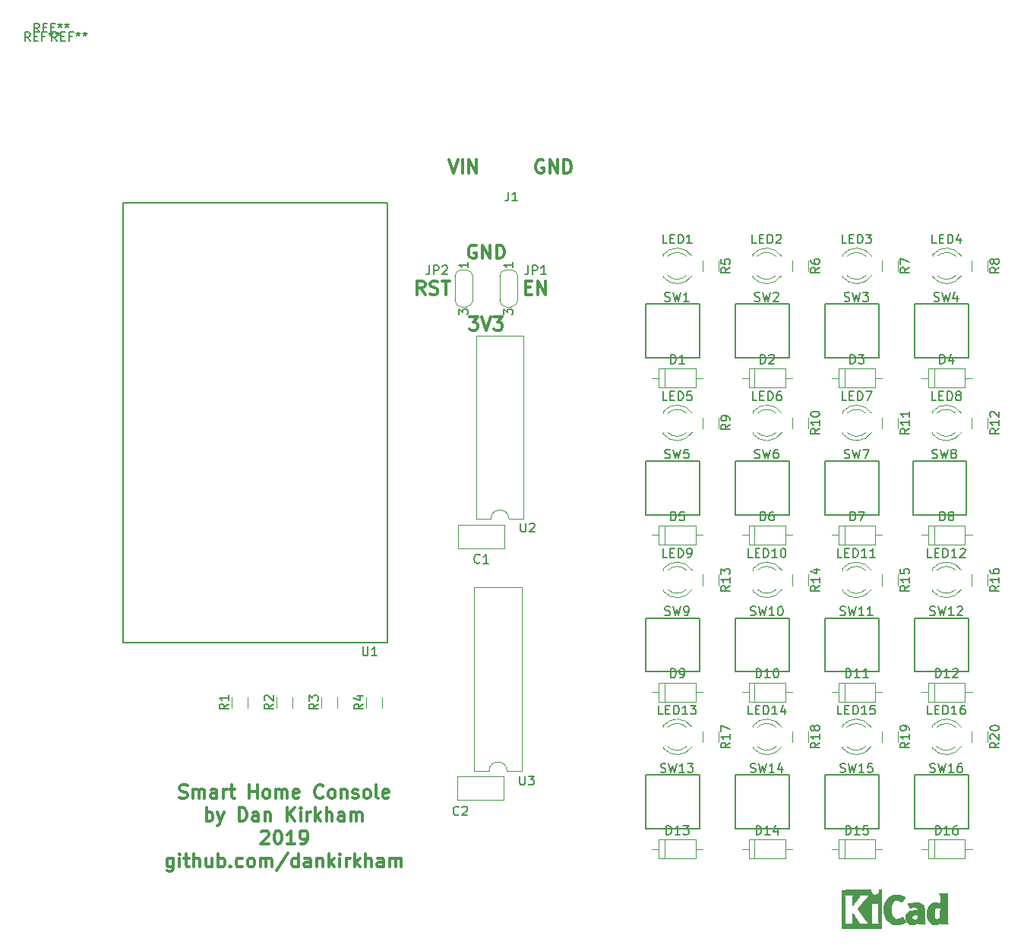
<source format=gbr>
G04 #@! TF.GenerationSoftware,KiCad,Pcbnew,(5.0.1-3-g963ef8bb5)*
G04 #@! TF.CreationDate,2019-09-16T23:21:21-05:00*
G04 #@! TF.ProjectId,smart_home_console,736D6172745F686F6D655F636F6E736F,rev?*
G04 #@! TF.SameCoordinates,Original*
G04 #@! TF.FileFunction,Legend,Top*
G04 #@! TF.FilePolarity,Positive*
%FSLAX46Y46*%
G04 Gerber Fmt 4.6, Leading zero omitted, Abs format (unit mm)*
G04 Created by KiCad (PCBNEW (5.0.1-3-g963ef8bb5)) date Monday, September 16, 2019 at 11:21:21 PM*
%MOMM*%
%LPD*%
G01*
G04 APERTURE LIST*
%ADD10C,0.300000*%
%ADD11C,0.120000*%
%ADD12C,0.150000*%
%ADD13C,0.010000*%
G04 APERTURE END LIST*
D10*
X108321428Y-111782142D02*
X108535714Y-111853571D01*
X108892857Y-111853571D01*
X109035714Y-111782142D01*
X109107142Y-111710714D01*
X109178571Y-111567857D01*
X109178571Y-111425000D01*
X109107142Y-111282142D01*
X109035714Y-111210714D01*
X108892857Y-111139285D01*
X108607142Y-111067857D01*
X108464285Y-110996428D01*
X108392857Y-110925000D01*
X108321428Y-110782142D01*
X108321428Y-110639285D01*
X108392857Y-110496428D01*
X108464285Y-110425000D01*
X108607142Y-110353571D01*
X108964285Y-110353571D01*
X109178571Y-110425000D01*
X109821428Y-111853571D02*
X109821428Y-110853571D01*
X109821428Y-110996428D02*
X109892857Y-110925000D01*
X110035714Y-110853571D01*
X110250000Y-110853571D01*
X110392857Y-110925000D01*
X110464285Y-111067857D01*
X110464285Y-111853571D01*
X110464285Y-111067857D02*
X110535714Y-110925000D01*
X110678571Y-110853571D01*
X110892857Y-110853571D01*
X111035714Y-110925000D01*
X111107142Y-111067857D01*
X111107142Y-111853571D01*
X112464285Y-111853571D02*
X112464285Y-111067857D01*
X112392857Y-110925000D01*
X112250000Y-110853571D01*
X111964285Y-110853571D01*
X111821428Y-110925000D01*
X112464285Y-111782142D02*
X112321428Y-111853571D01*
X111964285Y-111853571D01*
X111821428Y-111782142D01*
X111750000Y-111639285D01*
X111750000Y-111496428D01*
X111821428Y-111353571D01*
X111964285Y-111282142D01*
X112321428Y-111282142D01*
X112464285Y-111210714D01*
X113178571Y-111853571D02*
X113178571Y-110853571D01*
X113178571Y-111139285D02*
X113250000Y-110996428D01*
X113321428Y-110925000D01*
X113464285Y-110853571D01*
X113607142Y-110853571D01*
X113892857Y-110853571D02*
X114464285Y-110853571D01*
X114107142Y-110353571D02*
X114107142Y-111639285D01*
X114178571Y-111782142D01*
X114321428Y-111853571D01*
X114464285Y-111853571D01*
X116107142Y-111853571D02*
X116107142Y-110353571D01*
X116107142Y-111067857D02*
X116964285Y-111067857D01*
X116964285Y-111853571D02*
X116964285Y-110353571D01*
X117892857Y-111853571D02*
X117750000Y-111782142D01*
X117678571Y-111710714D01*
X117607142Y-111567857D01*
X117607142Y-111139285D01*
X117678571Y-110996428D01*
X117750000Y-110925000D01*
X117892857Y-110853571D01*
X118107142Y-110853571D01*
X118250000Y-110925000D01*
X118321428Y-110996428D01*
X118392857Y-111139285D01*
X118392857Y-111567857D01*
X118321428Y-111710714D01*
X118250000Y-111782142D01*
X118107142Y-111853571D01*
X117892857Y-111853571D01*
X119035714Y-111853571D02*
X119035714Y-110853571D01*
X119035714Y-110996428D02*
X119107142Y-110925000D01*
X119250000Y-110853571D01*
X119464285Y-110853571D01*
X119607142Y-110925000D01*
X119678571Y-111067857D01*
X119678571Y-111853571D01*
X119678571Y-111067857D02*
X119750000Y-110925000D01*
X119892857Y-110853571D01*
X120107142Y-110853571D01*
X120250000Y-110925000D01*
X120321428Y-111067857D01*
X120321428Y-111853571D01*
X121607142Y-111782142D02*
X121464285Y-111853571D01*
X121178571Y-111853571D01*
X121035714Y-111782142D01*
X120964285Y-111639285D01*
X120964285Y-111067857D01*
X121035714Y-110925000D01*
X121178571Y-110853571D01*
X121464285Y-110853571D01*
X121607142Y-110925000D01*
X121678571Y-111067857D01*
X121678571Y-111210714D01*
X120964285Y-111353571D01*
X124321428Y-111710714D02*
X124250000Y-111782142D01*
X124035714Y-111853571D01*
X123892857Y-111853571D01*
X123678571Y-111782142D01*
X123535714Y-111639285D01*
X123464285Y-111496428D01*
X123392857Y-111210714D01*
X123392857Y-110996428D01*
X123464285Y-110710714D01*
X123535714Y-110567857D01*
X123678571Y-110425000D01*
X123892857Y-110353571D01*
X124035714Y-110353571D01*
X124250000Y-110425000D01*
X124321428Y-110496428D01*
X125178571Y-111853571D02*
X125035714Y-111782142D01*
X124964285Y-111710714D01*
X124892857Y-111567857D01*
X124892857Y-111139285D01*
X124964285Y-110996428D01*
X125035714Y-110925000D01*
X125178571Y-110853571D01*
X125392857Y-110853571D01*
X125535714Y-110925000D01*
X125607142Y-110996428D01*
X125678571Y-111139285D01*
X125678571Y-111567857D01*
X125607142Y-111710714D01*
X125535714Y-111782142D01*
X125392857Y-111853571D01*
X125178571Y-111853571D01*
X126321428Y-110853571D02*
X126321428Y-111853571D01*
X126321428Y-110996428D02*
X126392857Y-110925000D01*
X126535714Y-110853571D01*
X126750000Y-110853571D01*
X126892857Y-110925000D01*
X126964285Y-111067857D01*
X126964285Y-111853571D01*
X127607142Y-111782142D02*
X127750000Y-111853571D01*
X128035714Y-111853571D01*
X128178571Y-111782142D01*
X128250000Y-111639285D01*
X128250000Y-111567857D01*
X128178571Y-111425000D01*
X128035714Y-111353571D01*
X127821428Y-111353571D01*
X127678571Y-111282142D01*
X127607142Y-111139285D01*
X127607142Y-111067857D01*
X127678571Y-110925000D01*
X127821428Y-110853571D01*
X128035714Y-110853571D01*
X128178571Y-110925000D01*
X129107142Y-111853571D02*
X128964285Y-111782142D01*
X128892857Y-111710714D01*
X128821428Y-111567857D01*
X128821428Y-111139285D01*
X128892857Y-110996428D01*
X128964285Y-110925000D01*
X129107142Y-110853571D01*
X129321428Y-110853571D01*
X129464285Y-110925000D01*
X129535714Y-110996428D01*
X129607142Y-111139285D01*
X129607142Y-111567857D01*
X129535714Y-111710714D01*
X129464285Y-111782142D01*
X129321428Y-111853571D01*
X129107142Y-111853571D01*
X130464285Y-111853571D02*
X130321428Y-111782142D01*
X130250000Y-111639285D01*
X130250000Y-110353571D01*
X131607142Y-111782142D02*
X131464285Y-111853571D01*
X131178571Y-111853571D01*
X131035714Y-111782142D01*
X130964285Y-111639285D01*
X130964285Y-111067857D01*
X131035714Y-110925000D01*
X131178571Y-110853571D01*
X131464285Y-110853571D01*
X131607142Y-110925000D01*
X131678571Y-111067857D01*
X131678571Y-111210714D01*
X130964285Y-111353571D01*
X111321428Y-114403571D02*
X111321428Y-112903571D01*
X111321428Y-113475000D02*
X111464285Y-113403571D01*
X111750000Y-113403571D01*
X111892857Y-113475000D01*
X111964285Y-113546428D01*
X112035714Y-113689285D01*
X112035714Y-114117857D01*
X111964285Y-114260714D01*
X111892857Y-114332142D01*
X111750000Y-114403571D01*
X111464285Y-114403571D01*
X111321428Y-114332142D01*
X112535714Y-113403571D02*
X112892857Y-114403571D01*
X113250000Y-113403571D02*
X112892857Y-114403571D01*
X112750000Y-114760714D01*
X112678571Y-114832142D01*
X112535714Y-114903571D01*
X114964285Y-114403571D02*
X114964285Y-112903571D01*
X115321428Y-112903571D01*
X115535714Y-112975000D01*
X115678571Y-113117857D01*
X115750000Y-113260714D01*
X115821428Y-113546428D01*
X115821428Y-113760714D01*
X115750000Y-114046428D01*
X115678571Y-114189285D01*
X115535714Y-114332142D01*
X115321428Y-114403571D01*
X114964285Y-114403571D01*
X117107142Y-114403571D02*
X117107142Y-113617857D01*
X117035714Y-113475000D01*
X116892857Y-113403571D01*
X116607142Y-113403571D01*
X116464285Y-113475000D01*
X117107142Y-114332142D02*
X116964285Y-114403571D01*
X116607142Y-114403571D01*
X116464285Y-114332142D01*
X116392857Y-114189285D01*
X116392857Y-114046428D01*
X116464285Y-113903571D01*
X116607142Y-113832142D01*
X116964285Y-113832142D01*
X117107142Y-113760714D01*
X117821428Y-113403571D02*
X117821428Y-114403571D01*
X117821428Y-113546428D02*
X117892857Y-113475000D01*
X118035714Y-113403571D01*
X118250000Y-113403571D01*
X118392857Y-113475000D01*
X118464285Y-113617857D01*
X118464285Y-114403571D01*
X120321428Y-114403571D02*
X120321428Y-112903571D01*
X121178571Y-114403571D02*
X120535714Y-113546428D01*
X121178571Y-112903571D02*
X120321428Y-113760714D01*
X121821428Y-114403571D02*
X121821428Y-113403571D01*
X121821428Y-112903571D02*
X121750000Y-112975000D01*
X121821428Y-113046428D01*
X121892857Y-112975000D01*
X121821428Y-112903571D01*
X121821428Y-113046428D01*
X122535714Y-114403571D02*
X122535714Y-113403571D01*
X122535714Y-113689285D02*
X122607142Y-113546428D01*
X122678571Y-113475000D01*
X122821428Y-113403571D01*
X122964285Y-113403571D01*
X123464285Y-114403571D02*
X123464285Y-112903571D01*
X123607142Y-113832142D02*
X124035714Y-114403571D01*
X124035714Y-113403571D02*
X123464285Y-113975000D01*
X124678571Y-114403571D02*
X124678571Y-112903571D01*
X125321428Y-114403571D02*
X125321428Y-113617857D01*
X125250000Y-113475000D01*
X125107142Y-113403571D01*
X124892857Y-113403571D01*
X124750000Y-113475000D01*
X124678571Y-113546428D01*
X126678571Y-114403571D02*
X126678571Y-113617857D01*
X126607142Y-113475000D01*
X126464285Y-113403571D01*
X126178571Y-113403571D01*
X126035714Y-113475000D01*
X126678571Y-114332142D02*
X126535714Y-114403571D01*
X126178571Y-114403571D01*
X126035714Y-114332142D01*
X125964285Y-114189285D01*
X125964285Y-114046428D01*
X126035714Y-113903571D01*
X126178571Y-113832142D01*
X126535714Y-113832142D01*
X126678571Y-113760714D01*
X127392857Y-114403571D02*
X127392857Y-113403571D01*
X127392857Y-113546428D02*
X127464285Y-113475000D01*
X127607142Y-113403571D01*
X127821428Y-113403571D01*
X127964285Y-113475000D01*
X128035714Y-113617857D01*
X128035714Y-114403571D01*
X128035714Y-113617857D02*
X128107142Y-113475000D01*
X128250000Y-113403571D01*
X128464285Y-113403571D01*
X128607142Y-113475000D01*
X128678571Y-113617857D01*
X128678571Y-114403571D01*
X117428571Y-115596428D02*
X117500000Y-115525000D01*
X117642857Y-115453571D01*
X118000000Y-115453571D01*
X118142857Y-115525000D01*
X118214285Y-115596428D01*
X118285714Y-115739285D01*
X118285714Y-115882142D01*
X118214285Y-116096428D01*
X117357142Y-116953571D01*
X118285714Y-116953571D01*
X119214285Y-115453571D02*
X119357142Y-115453571D01*
X119500000Y-115525000D01*
X119571428Y-115596428D01*
X119642857Y-115739285D01*
X119714285Y-116025000D01*
X119714285Y-116382142D01*
X119642857Y-116667857D01*
X119571428Y-116810714D01*
X119500000Y-116882142D01*
X119357142Y-116953571D01*
X119214285Y-116953571D01*
X119071428Y-116882142D01*
X119000000Y-116810714D01*
X118928571Y-116667857D01*
X118857142Y-116382142D01*
X118857142Y-116025000D01*
X118928571Y-115739285D01*
X119000000Y-115596428D01*
X119071428Y-115525000D01*
X119214285Y-115453571D01*
X121142857Y-116953571D02*
X120285714Y-116953571D01*
X120714285Y-116953571D02*
X120714285Y-115453571D01*
X120571428Y-115667857D01*
X120428571Y-115810714D01*
X120285714Y-115882142D01*
X121857142Y-116953571D02*
X122142857Y-116953571D01*
X122285714Y-116882142D01*
X122357142Y-116810714D01*
X122500000Y-116596428D01*
X122571428Y-116310714D01*
X122571428Y-115739285D01*
X122500000Y-115596428D01*
X122428571Y-115525000D01*
X122285714Y-115453571D01*
X122000000Y-115453571D01*
X121857142Y-115525000D01*
X121785714Y-115596428D01*
X121714285Y-115739285D01*
X121714285Y-116096428D01*
X121785714Y-116239285D01*
X121857142Y-116310714D01*
X122000000Y-116382142D01*
X122285714Y-116382142D01*
X122428571Y-116310714D01*
X122500000Y-116239285D01*
X122571428Y-116096428D01*
X107607142Y-118503571D02*
X107607142Y-119717857D01*
X107535714Y-119860714D01*
X107464285Y-119932142D01*
X107321428Y-120003571D01*
X107107142Y-120003571D01*
X106964285Y-119932142D01*
X107607142Y-119432142D02*
X107464285Y-119503571D01*
X107178571Y-119503571D01*
X107035714Y-119432142D01*
X106964285Y-119360714D01*
X106892857Y-119217857D01*
X106892857Y-118789285D01*
X106964285Y-118646428D01*
X107035714Y-118575000D01*
X107178571Y-118503571D01*
X107464285Y-118503571D01*
X107607142Y-118575000D01*
X108321428Y-119503571D02*
X108321428Y-118503571D01*
X108321428Y-118003571D02*
X108250000Y-118075000D01*
X108321428Y-118146428D01*
X108392857Y-118075000D01*
X108321428Y-118003571D01*
X108321428Y-118146428D01*
X108821428Y-118503571D02*
X109392857Y-118503571D01*
X109035714Y-118003571D02*
X109035714Y-119289285D01*
X109107142Y-119432142D01*
X109250000Y-119503571D01*
X109392857Y-119503571D01*
X109892857Y-119503571D02*
X109892857Y-118003571D01*
X110535714Y-119503571D02*
X110535714Y-118717857D01*
X110464285Y-118575000D01*
X110321428Y-118503571D01*
X110107142Y-118503571D01*
X109964285Y-118575000D01*
X109892857Y-118646428D01*
X111892857Y-118503571D02*
X111892857Y-119503571D01*
X111250000Y-118503571D02*
X111250000Y-119289285D01*
X111321428Y-119432142D01*
X111464285Y-119503571D01*
X111678571Y-119503571D01*
X111821428Y-119432142D01*
X111892857Y-119360714D01*
X112607142Y-119503571D02*
X112607142Y-118003571D01*
X112607142Y-118575000D02*
X112750000Y-118503571D01*
X113035714Y-118503571D01*
X113178571Y-118575000D01*
X113250000Y-118646428D01*
X113321428Y-118789285D01*
X113321428Y-119217857D01*
X113250000Y-119360714D01*
X113178571Y-119432142D01*
X113035714Y-119503571D01*
X112750000Y-119503571D01*
X112607142Y-119432142D01*
X113964285Y-119360714D02*
X114035714Y-119432142D01*
X113964285Y-119503571D01*
X113892857Y-119432142D01*
X113964285Y-119360714D01*
X113964285Y-119503571D01*
X115321428Y-119432142D02*
X115178571Y-119503571D01*
X114892857Y-119503571D01*
X114750000Y-119432142D01*
X114678571Y-119360714D01*
X114607142Y-119217857D01*
X114607142Y-118789285D01*
X114678571Y-118646428D01*
X114750000Y-118575000D01*
X114892857Y-118503571D01*
X115178571Y-118503571D01*
X115321428Y-118575000D01*
X116178571Y-119503571D02*
X116035714Y-119432142D01*
X115964285Y-119360714D01*
X115892857Y-119217857D01*
X115892857Y-118789285D01*
X115964285Y-118646428D01*
X116035714Y-118575000D01*
X116178571Y-118503571D01*
X116392857Y-118503571D01*
X116535714Y-118575000D01*
X116607142Y-118646428D01*
X116678571Y-118789285D01*
X116678571Y-119217857D01*
X116607142Y-119360714D01*
X116535714Y-119432142D01*
X116392857Y-119503571D01*
X116178571Y-119503571D01*
X117321428Y-119503571D02*
X117321428Y-118503571D01*
X117321428Y-118646428D02*
X117392857Y-118575000D01*
X117535714Y-118503571D01*
X117750000Y-118503571D01*
X117892857Y-118575000D01*
X117964285Y-118717857D01*
X117964285Y-119503571D01*
X117964285Y-118717857D02*
X118035714Y-118575000D01*
X118178571Y-118503571D01*
X118392857Y-118503571D01*
X118535714Y-118575000D01*
X118607142Y-118717857D01*
X118607142Y-119503571D01*
X120392857Y-117932142D02*
X119107142Y-119860714D01*
X121535714Y-119503571D02*
X121535714Y-118003571D01*
X121535714Y-119432142D02*
X121392857Y-119503571D01*
X121107142Y-119503571D01*
X120964285Y-119432142D01*
X120892857Y-119360714D01*
X120821428Y-119217857D01*
X120821428Y-118789285D01*
X120892857Y-118646428D01*
X120964285Y-118575000D01*
X121107142Y-118503571D01*
X121392857Y-118503571D01*
X121535714Y-118575000D01*
X122892857Y-119503571D02*
X122892857Y-118717857D01*
X122821428Y-118575000D01*
X122678571Y-118503571D01*
X122392857Y-118503571D01*
X122249999Y-118575000D01*
X122892857Y-119432142D02*
X122749999Y-119503571D01*
X122392857Y-119503571D01*
X122249999Y-119432142D01*
X122178571Y-119289285D01*
X122178571Y-119146428D01*
X122249999Y-119003571D01*
X122392857Y-118932142D01*
X122749999Y-118932142D01*
X122892857Y-118860714D01*
X123607142Y-118503571D02*
X123607142Y-119503571D01*
X123607142Y-118646428D02*
X123678571Y-118575000D01*
X123821428Y-118503571D01*
X124035714Y-118503571D01*
X124178571Y-118575000D01*
X124250000Y-118717857D01*
X124250000Y-119503571D01*
X124964285Y-119503571D02*
X124964285Y-118003571D01*
X125107142Y-118932142D02*
X125535714Y-119503571D01*
X125535714Y-118503571D02*
X124964285Y-119075000D01*
X126178571Y-119503571D02*
X126178571Y-118503571D01*
X126178571Y-118003571D02*
X126107142Y-118075000D01*
X126178571Y-118146428D01*
X126249999Y-118075000D01*
X126178571Y-118003571D01*
X126178571Y-118146428D01*
X126892857Y-119503571D02*
X126892857Y-118503571D01*
X126892857Y-118789285D02*
X126964285Y-118646428D01*
X127035714Y-118575000D01*
X127178571Y-118503571D01*
X127321428Y-118503571D01*
X127821428Y-119503571D02*
X127821428Y-118003571D01*
X127964285Y-118932142D02*
X128392857Y-119503571D01*
X128392857Y-118503571D02*
X127821428Y-119075000D01*
X129035714Y-119503571D02*
X129035714Y-118003571D01*
X129678571Y-119503571D02*
X129678571Y-118717857D01*
X129607142Y-118575000D01*
X129464285Y-118503571D01*
X129249999Y-118503571D01*
X129107142Y-118575000D01*
X129035714Y-118646428D01*
X131035714Y-119503571D02*
X131035714Y-118717857D01*
X130964285Y-118575000D01*
X130821428Y-118503571D01*
X130535714Y-118503571D01*
X130392857Y-118575000D01*
X131035714Y-119432142D02*
X130892857Y-119503571D01*
X130535714Y-119503571D01*
X130392857Y-119432142D01*
X130321428Y-119289285D01*
X130321428Y-119146428D01*
X130392857Y-119003571D01*
X130535714Y-118932142D01*
X130892857Y-118932142D01*
X131035714Y-118860714D01*
X131749999Y-119503571D02*
X131749999Y-118503571D01*
X131749999Y-118646428D02*
X131821428Y-118575000D01*
X131964285Y-118503571D01*
X132178571Y-118503571D01*
X132321428Y-118575000D01*
X132392857Y-118717857D01*
X132392857Y-119503571D01*
X132392857Y-118717857D02*
X132464285Y-118575000D01*
X132607142Y-118503571D01*
X132821428Y-118503571D01*
X132964285Y-118575000D01*
X133035714Y-118717857D01*
X133035714Y-119503571D01*
X148857142Y-40750000D02*
X148714285Y-40678571D01*
X148500000Y-40678571D01*
X148285714Y-40750000D01*
X148142857Y-40892857D01*
X148071428Y-41035714D01*
X148000000Y-41321428D01*
X148000000Y-41535714D01*
X148071428Y-41821428D01*
X148142857Y-41964285D01*
X148285714Y-42107142D01*
X148500000Y-42178571D01*
X148642857Y-42178571D01*
X148857142Y-42107142D01*
X148928571Y-42035714D01*
X148928571Y-41535714D01*
X148642857Y-41535714D01*
X149571428Y-42178571D02*
X149571428Y-40678571D01*
X150428571Y-42178571D01*
X150428571Y-40678571D01*
X151142857Y-42178571D02*
X151142857Y-40678571D01*
X151500000Y-40678571D01*
X151714285Y-40750000D01*
X151857142Y-40892857D01*
X151928571Y-41035714D01*
X152000000Y-41321428D01*
X152000000Y-41535714D01*
X151928571Y-41821428D01*
X151857142Y-41964285D01*
X151714285Y-42107142D01*
X151500000Y-42178571D01*
X151142857Y-42178571D01*
X138357142Y-40678571D02*
X138857142Y-42178571D01*
X139357142Y-40678571D01*
X139857142Y-42178571D02*
X139857142Y-40678571D01*
X140571428Y-42178571D02*
X140571428Y-40678571D01*
X141428571Y-42178571D01*
X141428571Y-40678571D01*
X140642857Y-58178571D02*
X141571428Y-58178571D01*
X141071428Y-58750000D01*
X141285714Y-58750000D01*
X141428571Y-58821428D01*
X141500000Y-58892857D01*
X141571428Y-59035714D01*
X141571428Y-59392857D01*
X141500000Y-59535714D01*
X141428571Y-59607142D01*
X141285714Y-59678571D01*
X140857142Y-59678571D01*
X140714285Y-59607142D01*
X140642857Y-59535714D01*
X142000000Y-58178571D02*
X142500000Y-59678571D01*
X143000000Y-58178571D01*
X143357142Y-58178571D02*
X144285714Y-58178571D01*
X143785714Y-58750000D01*
X144000000Y-58750000D01*
X144142857Y-58821428D01*
X144214285Y-58892857D01*
X144285714Y-59035714D01*
X144285714Y-59392857D01*
X144214285Y-59535714D01*
X144142857Y-59607142D01*
X144000000Y-59678571D01*
X143571428Y-59678571D01*
X143428571Y-59607142D01*
X143357142Y-59535714D01*
X141357142Y-50250000D02*
X141214285Y-50178571D01*
X141000000Y-50178571D01*
X140785714Y-50250000D01*
X140642857Y-50392857D01*
X140571428Y-50535714D01*
X140500000Y-50821428D01*
X140500000Y-51035714D01*
X140571428Y-51321428D01*
X140642857Y-51464285D01*
X140785714Y-51607142D01*
X141000000Y-51678571D01*
X141142857Y-51678571D01*
X141357142Y-51607142D01*
X141428571Y-51535714D01*
X141428571Y-51035714D01*
X141142857Y-51035714D01*
X142071428Y-51678571D02*
X142071428Y-50178571D01*
X142928571Y-51678571D01*
X142928571Y-50178571D01*
X143642857Y-51678571D02*
X143642857Y-50178571D01*
X144000000Y-50178571D01*
X144214285Y-50250000D01*
X144357142Y-50392857D01*
X144428571Y-50535714D01*
X144500000Y-50821428D01*
X144500000Y-51035714D01*
X144428571Y-51321428D01*
X144357142Y-51464285D01*
X144214285Y-51607142D01*
X144000000Y-51678571D01*
X143642857Y-51678571D01*
X135678571Y-55678571D02*
X135178571Y-54964285D01*
X134821428Y-55678571D02*
X134821428Y-54178571D01*
X135392857Y-54178571D01*
X135535714Y-54250000D01*
X135607142Y-54321428D01*
X135678571Y-54464285D01*
X135678571Y-54678571D01*
X135607142Y-54821428D01*
X135535714Y-54892857D01*
X135392857Y-54964285D01*
X134821428Y-54964285D01*
X136250000Y-55607142D02*
X136464285Y-55678571D01*
X136821428Y-55678571D01*
X136964285Y-55607142D01*
X137035714Y-55535714D01*
X137107142Y-55392857D01*
X137107142Y-55250000D01*
X137035714Y-55107142D01*
X136964285Y-55035714D01*
X136821428Y-54964285D01*
X136535714Y-54892857D01*
X136392857Y-54821428D01*
X136321428Y-54750000D01*
X136250000Y-54607142D01*
X136250000Y-54464285D01*
X136321428Y-54321428D01*
X136392857Y-54250000D01*
X136535714Y-54178571D01*
X136892857Y-54178571D01*
X137107142Y-54250000D01*
X137535714Y-54178571D02*
X138392857Y-54178571D01*
X137964285Y-55678571D02*
X137964285Y-54178571D01*
X146892857Y-54892857D02*
X147392857Y-54892857D01*
X147607142Y-55678571D02*
X146892857Y-55678571D01*
X146892857Y-54178571D01*
X147607142Y-54178571D01*
X148250000Y-55678571D02*
X148250000Y-54178571D01*
X149107142Y-55678571D01*
X149107142Y-54178571D01*
D11*
G04 #@! TO.C,C1*
X144510000Y-81390000D02*
X144510000Y-84010000D01*
X139390000Y-81390000D02*
X139390000Y-84010000D01*
X139390000Y-84010000D02*
X144510000Y-84010000D01*
X139390000Y-81390000D02*
X144510000Y-81390000D01*
G04 #@! TO.C,C2*
X139290000Y-109390000D02*
X144410000Y-109390000D01*
X139290000Y-112010000D02*
X144410000Y-112010000D01*
X139290000Y-109390000D02*
X139290000Y-112010000D01*
X144410000Y-109390000D02*
X144410000Y-112010000D01*
G04 #@! TO.C,JP1*
X144700000Y-52950000D02*
X145300000Y-52950000D01*
X144000000Y-56400000D02*
X144000000Y-53600000D01*
X145300000Y-57050000D02*
X144700000Y-57050000D01*
X146000000Y-53600000D02*
X146000000Y-56400000D01*
X146000000Y-56350000D02*
G75*
G02X145300000Y-57050000I-700000J0D01*
G01*
X144700000Y-57050000D02*
G75*
G02X144000000Y-56350000I0J700000D01*
G01*
X144000000Y-53650000D02*
G75*
G02X144700000Y-52950000I700000J0D01*
G01*
X145300000Y-52950000D02*
G75*
G02X146000000Y-53650000I0J-700000D01*
G01*
G04 #@! TO.C,JP2*
X140300000Y-52950000D02*
G75*
G02X141000000Y-53650000I0J-700000D01*
G01*
X139000000Y-53650000D02*
G75*
G02X139700000Y-52950000I700000J0D01*
G01*
X139700000Y-57050000D02*
G75*
G02X139000000Y-56350000I0J700000D01*
G01*
X141000000Y-56350000D02*
G75*
G02X140300000Y-57050000I-700000J0D01*
G01*
X141000000Y-53600000D02*
X141000000Y-56400000D01*
X140300000Y-57050000D02*
X139700000Y-57050000D01*
X139000000Y-56400000D02*
X139000000Y-53600000D01*
X139700000Y-52950000D02*
X140300000Y-52950000D01*
G04 #@! TO.C,LED1*
X162210000Y-53580000D02*
X162210000Y-53736000D01*
X162210000Y-51264000D02*
X162210000Y-51420000D01*
X164811130Y-53579837D02*
G75*
G02X162729039Y-53580000I-1041130J1079837D01*
G01*
X164811130Y-51420163D02*
G75*
G03X162729039Y-51420000I-1041130J-1079837D01*
G01*
X165442335Y-53578608D02*
G75*
G02X162210000Y-53735516I-1672335J1078608D01*
G01*
X165442335Y-51421392D02*
G75*
G03X162210000Y-51264484I-1672335J-1078608D01*
G01*
G04 #@! TO.C,LED2*
X172170000Y-53580000D02*
X172170000Y-53736000D01*
X172170000Y-51264000D02*
X172170000Y-51420000D01*
X174771130Y-53579837D02*
G75*
G02X172689039Y-53580000I-1041130J1079837D01*
G01*
X174771130Y-51420163D02*
G75*
G03X172689039Y-51420000I-1041130J-1079837D01*
G01*
X175402335Y-53578608D02*
G75*
G02X172170000Y-53735516I-1672335J1078608D01*
G01*
X175402335Y-51421392D02*
G75*
G03X172170000Y-51264484I-1672335J-1078608D01*
G01*
G04 #@! TO.C,LED3*
X185442335Y-51421392D02*
G75*
G03X182210000Y-51264484I-1672335J-1078608D01*
G01*
X185442335Y-53578608D02*
G75*
G02X182210000Y-53735516I-1672335J1078608D01*
G01*
X184811130Y-51420163D02*
G75*
G03X182729039Y-51420000I-1041130J-1079837D01*
G01*
X184811130Y-53579837D02*
G75*
G02X182729039Y-53580000I-1041130J1079837D01*
G01*
X182210000Y-51264000D02*
X182210000Y-51420000D01*
X182210000Y-53580000D02*
X182210000Y-53736000D01*
G04 #@! TO.C,LED4*
X195478335Y-51421392D02*
G75*
G03X192246000Y-51264484I-1672335J-1078608D01*
G01*
X195478335Y-53578608D02*
G75*
G02X192246000Y-53735516I-1672335J1078608D01*
G01*
X194847130Y-51420163D02*
G75*
G03X192765039Y-51420000I-1041130J-1079837D01*
G01*
X194847130Y-53579837D02*
G75*
G02X192765039Y-53580000I-1041130J1079837D01*
G01*
X192246000Y-51264000D02*
X192246000Y-51420000D01*
X192246000Y-53580000D02*
X192246000Y-53736000D01*
G04 #@! TO.C,LED5*
X165442335Y-68921392D02*
G75*
G03X162210000Y-68764484I-1672335J-1078608D01*
G01*
X165442335Y-71078608D02*
G75*
G02X162210000Y-71235516I-1672335J1078608D01*
G01*
X164811130Y-68920163D02*
G75*
G03X162729039Y-68920000I-1041130J-1079837D01*
G01*
X164811130Y-71079837D02*
G75*
G02X162729039Y-71080000I-1041130J1079837D01*
G01*
X162210000Y-68764000D02*
X162210000Y-68920000D01*
X162210000Y-71080000D02*
X162210000Y-71236000D01*
G04 #@! TO.C,LED6*
X175442335Y-68921392D02*
G75*
G03X172210000Y-68764484I-1672335J-1078608D01*
G01*
X175442335Y-71078608D02*
G75*
G02X172210000Y-71235516I-1672335J1078608D01*
G01*
X174811130Y-68920163D02*
G75*
G03X172729039Y-68920000I-1041130J-1079837D01*
G01*
X174811130Y-71079837D02*
G75*
G02X172729039Y-71080000I-1041130J1079837D01*
G01*
X172210000Y-68764000D02*
X172210000Y-68920000D01*
X172210000Y-71080000D02*
X172210000Y-71236000D01*
G04 #@! TO.C,LED7*
X185442335Y-68921392D02*
G75*
G03X182210000Y-68764484I-1672335J-1078608D01*
G01*
X185442335Y-71078608D02*
G75*
G02X182210000Y-71235516I-1672335J1078608D01*
G01*
X184811130Y-68920163D02*
G75*
G03X182729039Y-68920000I-1041130J-1079837D01*
G01*
X184811130Y-71079837D02*
G75*
G02X182729039Y-71080000I-1041130J1079837D01*
G01*
X182210000Y-68764000D02*
X182210000Y-68920000D01*
X182210000Y-71080000D02*
X182210000Y-71236000D01*
G04 #@! TO.C,LED8*
X192210000Y-71080000D02*
X192210000Y-71236000D01*
X192210000Y-68764000D02*
X192210000Y-68920000D01*
X194811130Y-71079837D02*
G75*
G02X192729039Y-71080000I-1041130J1079837D01*
G01*
X194811130Y-68920163D02*
G75*
G03X192729039Y-68920000I-1041130J-1079837D01*
G01*
X195442335Y-71078608D02*
G75*
G02X192210000Y-71235516I-1672335J1078608D01*
G01*
X195442335Y-68921392D02*
G75*
G03X192210000Y-68764484I-1672335J-1078608D01*
G01*
G04 #@! TO.C,LED9*
X165442335Y-86421392D02*
G75*
G03X162210000Y-86264484I-1672335J-1078608D01*
G01*
X165442335Y-88578608D02*
G75*
G02X162210000Y-88735516I-1672335J1078608D01*
G01*
X164811130Y-86420163D02*
G75*
G03X162729039Y-86420000I-1041130J-1079837D01*
G01*
X164811130Y-88579837D02*
G75*
G02X162729039Y-88580000I-1041130J1079837D01*
G01*
X162210000Y-86264000D02*
X162210000Y-86420000D01*
X162210000Y-88580000D02*
X162210000Y-88736000D01*
G04 #@! TO.C,LED10*
X175442335Y-86421392D02*
G75*
G03X172210000Y-86264484I-1672335J-1078608D01*
G01*
X175442335Y-88578608D02*
G75*
G02X172210000Y-88735516I-1672335J1078608D01*
G01*
X174811130Y-86420163D02*
G75*
G03X172729039Y-86420000I-1041130J-1079837D01*
G01*
X174811130Y-88579837D02*
G75*
G02X172729039Y-88580000I-1041130J1079837D01*
G01*
X172210000Y-86264000D02*
X172210000Y-86420000D01*
X172210000Y-88580000D02*
X172210000Y-88736000D01*
G04 #@! TO.C,LED11*
X185402335Y-86421392D02*
G75*
G03X182170000Y-86264484I-1672335J-1078608D01*
G01*
X185402335Y-88578608D02*
G75*
G02X182170000Y-88735516I-1672335J1078608D01*
G01*
X184771130Y-86420163D02*
G75*
G03X182689039Y-86420000I-1041130J-1079837D01*
G01*
X184771130Y-88579837D02*
G75*
G02X182689039Y-88580000I-1041130J1079837D01*
G01*
X182170000Y-86264000D02*
X182170000Y-86420000D01*
X182170000Y-88580000D02*
X182170000Y-88736000D01*
G04 #@! TO.C,LED12*
X192210000Y-88580000D02*
X192210000Y-88736000D01*
X192210000Y-86264000D02*
X192210000Y-86420000D01*
X194811130Y-88579837D02*
G75*
G02X192729039Y-88580000I-1041130J1079837D01*
G01*
X194811130Y-86420163D02*
G75*
G03X192729039Y-86420000I-1041130J-1079837D01*
G01*
X195442335Y-88578608D02*
G75*
G02X192210000Y-88735516I-1672335J1078608D01*
G01*
X195442335Y-86421392D02*
G75*
G03X192210000Y-86264484I-1672335J-1078608D01*
G01*
G04 #@! TO.C,LED13*
X162210000Y-106080000D02*
X162210000Y-106236000D01*
X162210000Y-103764000D02*
X162210000Y-103920000D01*
X164811130Y-106079837D02*
G75*
G02X162729039Y-106080000I-1041130J1079837D01*
G01*
X164811130Y-103920163D02*
G75*
G03X162729039Y-103920000I-1041130J-1079837D01*
G01*
X165442335Y-106078608D02*
G75*
G02X162210000Y-106235516I-1672335J1078608D01*
G01*
X165442335Y-103921392D02*
G75*
G03X162210000Y-103764484I-1672335J-1078608D01*
G01*
G04 #@! TO.C,LED14*
X172210000Y-106080000D02*
X172210000Y-106236000D01*
X172210000Y-103764000D02*
X172210000Y-103920000D01*
X174811130Y-106079837D02*
G75*
G02X172729039Y-106080000I-1041130J1079837D01*
G01*
X174811130Y-103920163D02*
G75*
G03X172729039Y-103920000I-1041130J-1079837D01*
G01*
X175442335Y-106078608D02*
G75*
G02X172210000Y-106235516I-1672335J1078608D01*
G01*
X175442335Y-103921392D02*
G75*
G03X172210000Y-103764484I-1672335J-1078608D01*
G01*
G04 #@! TO.C,LED15*
X182170000Y-106080000D02*
X182170000Y-106236000D01*
X182170000Y-103764000D02*
X182170000Y-103920000D01*
X184771130Y-106079837D02*
G75*
G02X182689039Y-106080000I-1041130J1079837D01*
G01*
X184771130Y-103920163D02*
G75*
G03X182689039Y-103920000I-1041130J-1079837D01*
G01*
X185402335Y-106078608D02*
G75*
G02X182170000Y-106235516I-1672335J1078608D01*
G01*
X185402335Y-103921392D02*
G75*
G03X182170000Y-103764484I-1672335J-1078608D01*
G01*
G04 #@! TO.C,LED16*
X192210000Y-106080000D02*
X192210000Y-106236000D01*
X192210000Y-103764000D02*
X192210000Y-103920000D01*
X194811130Y-106079837D02*
G75*
G02X192729039Y-106080000I-1041130J1079837D01*
G01*
X194811130Y-103920163D02*
G75*
G03X192729039Y-103920000I-1041130J-1079837D01*
G01*
X195442335Y-106078608D02*
G75*
G02X192210000Y-106235516I-1672335J1078608D01*
G01*
X195442335Y-103921392D02*
G75*
G03X192210000Y-103764484I-1672335J-1078608D01*
G01*
G04 #@! TO.C,R1*
X114120000Y-101750000D02*
X114120000Y-100550000D01*
X115880000Y-100550000D02*
X115880000Y-101750000D01*
G04 #@! TO.C,R2*
X120880000Y-100550000D02*
X120880000Y-101750000D01*
X119120000Y-101750000D02*
X119120000Y-100550000D01*
G04 #@! TO.C,R3*
X125880000Y-100550000D02*
X125880000Y-101750000D01*
X124120000Y-101750000D02*
X124120000Y-100550000D01*
G04 #@! TO.C,R4*
X130880000Y-100550000D02*
X130880000Y-101750000D01*
X129120000Y-101750000D02*
X129120000Y-100550000D01*
G04 #@! TO.C,R5*
X166620000Y-53100000D02*
X166620000Y-51900000D01*
X168380000Y-51900000D02*
X168380000Y-53100000D01*
G04 #@! TO.C,R6*
X178380000Y-51900000D02*
X178380000Y-53100000D01*
X176620000Y-53100000D02*
X176620000Y-51900000D01*
G04 #@! TO.C,R7*
X188380000Y-51900000D02*
X188380000Y-53100000D01*
X186620000Y-53100000D02*
X186620000Y-51900000D01*
G04 #@! TO.C,R8*
X198380000Y-51900000D02*
X198380000Y-53100000D01*
X196620000Y-53100000D02*
X196620000Y-51900000D01*
G04 #@! TO.C,R9*
X166620000Y-70600000D02*
X166620000Y-69400000D01*
X168380000Y-69400000D02*
X168380000Y-70600000D01*
G04 #@! TO.C,R10*
X178380000Y-69400000D02*
X178380000Y-70600000D01*
X176620000Y-70600000D02*
X176620000Y-69400000D01*
G04 #@! TO.C,R11*
X186620000Y-70600000D02*
X186620000Y-69400000D01*
X188380000Y-69400000D02*
X188380000Y-70600000D01*
G04 #@! TO.C,R12*
X196620000Y-70600000D02*
X196620000Y-69400000D01*
X198380000Y-69400000D02*
X198380000Y-70600000D01*
G04 #@! TO.C,R13*
X168380000Y-86900000D02*
X168380000Y-88100000D01*
X166620000Y-88100000D02*
X166620000Y-86900000D01*
G04 #@! TO.C,R14*
X178380000Y-86900000D02*
X178380000Y-88100000D01*
X176620000Y-88100000D02*
X176620000Y-86900000D01*
G04 #@! TO.C,R15*
X188380000Y-86900000D02*
X188380000Y-88100000D01*
X186620000Y-88100000D02*
X186620000Y-86900000D01*
G04 #@! TO.C,R16*
X198380000Y-86900000D02*
X198380000Y-88100000D01*
X196620000Y-88100000D02*
X196620000Y-86900000D01*
G04 #@! TO.C,R17*
X166620000Y-105600000D02*
X166620000Y-104400000D01*
X168380000Y-104400000D02*
X168380000Y-105600000D01*
G04 #@! TO.C,R18*
X176620000Y-105600000D02*
X176620000Y-104400000D01*
X178380000Y-104400000D02*
X178380000Y-105600000D01*
G04 #@! TO.C,R19*
X186620000Y-105600000D02*
X186620000Y-104400000D01*
X188380000Y-104400000D02*
X188380000Y-105600000D01*
G04 #@! TO.C,R20*
X198380000Y-104400000D02*
X198380000Y-105600000D01*
X196620000Y-105600000D02*
X196620000Y-104400000D01*
D12*
G04 #@! TO.C,SW1*
X160250000Y-56750000D02*
X166250000Y-56750000D01*
X166250000Y-56750000D02*
X166250000Y-62750000D01*
X166250000Y-62750000D02*
X160250000Y-62750000D01*
X160250000Y-62750000D02*
X160250000Y-56750000D01*
G04 #@! TO.C,SW2*
X170250000Y-62750000D02*
X170250000Y-56750000D01*
X176250000Y-62750000D02*
X170250000Y-62750000D01*
X176250000Y-56750000D02*
X176250000Y-62750000D01*
X170250000Y-56750000D02*
X176250000Y-56750000D01*
G04 #@! TO.C,SW3*
X180250000Y-56750000D02*
X186250000Y-56750000D01*
X186250000Y-56750000D02*
X186250000Y-62750000D01*
X186250000Y-62750000D02*
X180250000Y-62750000D01*
X180250000Y-62750000D02*
X180250000Y-56750000D01*
G04 #@! TO.C,SW4*
X190250000Y-62750000D02*
X190250000Y-56750000D01*
X196250000Y-62750000D02*
X190250000Y-62750000D01*
X196250000Y-56750000D02*
X196250000Y-62750000D01*
X190250000Y-56750000D02*
X196250000Y-56750000D01*
G04 #@! TO.C,SW5*
X160250000Y-74250000D02*
X166250000Y-74250000D01*
X166250000Y-74250000D02*
X166250000Y-80250000D01*
X166250000Y-80250000D02*
X160250000Y-80250000D01*
X160250000Y-80250000D02*
X160250000Y-74250000D01*
G04 #@! TO.C,SW6*
X170250000Y-80250000D02*
X170250000Y-74250000D01*
X176250000Y-80250000D02*
X170250000Y-80250000D01*
X176250000Y-74250000D02*
X176250000Y-80250000D01*
X170250000Y-74250000D02*
X176250000Y-74250000D01*
G04 #@! TO.C,SW7*
X180250000Y-74250000D02*
X186250000Y-74250000D01*
X186250000Y-74250000D02*
X186250000Y-80250000D01*
X186250000Y-80250000D02*
X180250000Y-80250000D01*
X180250000Y-80250000D02*
X180250000Y-74250000D01*
G04 #@! TO.C,SW8*
X190032500Y-80250000D02*
X190032500Y-74250000D01*
X196032500Y-80250000D02*
X190032500Y-80250000D01*
X196032500Y-74250000D02*
X196032500Y-80250000D01*
X190032500Y-74250000D02*
X196032500Y-74250000D01*
G04 #@! TO.C,SW9*
X160250000Y-91750000D02*
X166250000Y-91750000D01*
X166250000Y-91750000D02*
X166250000Y-97750000D01*
X166250000Y-97750000D02*
X160250000Y-97750000D01*
X160250000Y-97750000D02*
X160250000Y-91750000D01*
G04 #@! TO.C,SW10*
X170250000Y-97750000D02*
X170250000Y-91750000D01*
X176250000Y-97750000D02*
X170250000Y-97750000D01*
X176250000Y-91750000D02*
X176250000Y-97750000D01*
X170250000Y-91750000D02*
X176250000Y-91750000D01*
G04 #@! TO.C,SW11*
X180250000Y-91750000D02*
X186250000Y-91750000D01*
X186250000Y-91750000D02*
X186250000Y-97750000D01*
X186250000Y-97750000D02*
X180250000Y-97750000D01*
X180250000Y-97750000D02*
X180250000Y-91750000D01*
G04 #@! TO.C,SW12*
X190250000Y-97750000D02*
X190250000Y-91750000D01*
X196250000Y-97750000D02*
X190250000Y-97750000D01*
X196250000Y-91750000D02*
X196250000Y-97750000D01*
X190250000Y-91750000D02*
X196250000Y-91750000D01*
G04 #@! TO.C,SW13*
X160250000Y-115250000D02*
X160250000Y-109250000D01*
X166250000Y-115250000D02*
X160250000Y-115250000D01*
X166250000Y-109250000D02*
X166250000Y-115250000D01*
X160250000Y-109250000D02*
X166250000Y-109250000D01*
G04 #@! TO.C,SW14*
X170250000Y-109250000D02*
X176250000Y-109250000D01*
X176250000Y-109250000D02*
X176250000Y-115250000D01*
X176250000Y-115250000D02*
X170250000Y-115250000D01*
X170250000Y-115250000D02*
X170250000Y-109250000D01*
G04 #@! TO.C,SW15*
X180250000Y-115250000D02*
X180250000Y-109250000D01*
X186250000Y-115250000D02*
X180250000Y-115250000D01*
X186250000Y-109250000D02*
X186250000Y-115250000D01*
X180250000Y-109250000D02*
X186250000Y-109250000D01*
G04 #@! TO.C,SW16*
X190250000Y-109250000D02*
X196250000Y-109250000D01*
X196250000Y-109250000D02*
X196250000Y-115250000D01*
X196250000Y-115250000D02*
X190250000Y-115250000D01*
X190250000Y-115250000D02*
X190250000Y-109250000D01*
D11*
G04 #@! TO.C,U2*
X141360000Y-80710000D02*
X143010000Y-80710000D01*
X141360000Y-60270000D02*
X141360000Y-80710000D01*
X146660000Y-60270000D02*
X141360000Y-60270000D01*
X146660000Y-80710000D02*
X146660000Y-60270000D01*
X145010000Y-80710000D02*
X146660000Y-80710000D01*
X143010000Y-80710000D02*
G75*
G02X145010000Y-80710000I1000000J0D01*
G01*
G04 #@! TO.C,U3*
X142810000Y-108790000D02*
G75*
G02X144810000Y-108790000I1000000J0D01*
G01*
X144810000Y-108790000D02*
X146460000Y-108790000D01*
X146460000Y-108790000D02*
X146460000Y-88350000D01*
X146460000Y-88350000D02*
X141160000Y-88350000D01*
X141160000Y-88350000D02*
X141160000Y-108790000D01*
X141160000Y-108790000D02*
X142810000Y-108790000D01*
D12*
G04 #@! TO.C,U1*
X131500000Y-94500000D02*
X102000000Y-94500000D01*
X131500000Y-94500000D02*
X131500000Y-45500000D01*
X102000000Y-94500000D02*
X102000000Y-45500000D01*
X131500000Y-45500000D02*
X102000000Y-45500000D01*
D11*
G04 #@! TO.C,D1*
X161750000Y-63940000D02*
X161750000Y-66060000D01*
X161750000Y-66060000D02*
X165870000Y-66060000D01*
X165870000Y-66060000D02*
X165870000Y-63940000D01*
X165870000Y-63940000D02*
X161750000Y-63940000D01*
X160980000Y-65000000D02*
X161750000Y-65000000D01*
X166640000Y-65000000D02*
X165870000Y-65000000D01*
X162410000Y-63940000D02*
X162410000Y-66060000D01*
G04 #@! TO.C,D2*
X172410000Y-63940000D02*
X172410000Y-66060000D01*
X176640000Y-65000000D02*
X175870000Y-65000000D01*
X170980000Y-65000000D02*
X171750000Y-65000000D01*
X175870000Y-63940000D02*
X171750000Y-63940000D01*
X175870000Y-66060000D02*
X175870000Y-63940000D01*
X171750000Y-66060000D02*
X175870000Y-66060000D01*
X171750000Y-63940000D02*
X171750000Y-66060000D01*
G04 #@! TO.C,D3*
X181750000Y-63940000D02*
X181750000Y-66060000D01*
X181750000Y-66060000D02*
X185870000Y-66060000D01*
X185870000Y-66060000D02*
X185870000Y-63940000D01*
X185870000Y-63940000D02*
X181750000Y-63940000D01*
X180980000Y-65000000D02*
X181750000Y-65000000D01*
X186640000Y-65000000D02*
X185870000Y-65000000D01*
X182410000Y-63940000D02*
X182410000Y-66060000D01*
G04 #@! TO.C,D4*
X191750000Y-63940000D02*
X191750000Y-66060000D01*
X191750000Y-66060000D02*
X195870000Y-66060000D01*
X195870000Y-66060000D02*
X195870000Y-63940000D01*
X195870000Y-63940000D02*
X191750000Y-63940000D01*
X190980000Y-65000000D02*
X191750000Y-65000000D01*
X196640000Y-65000000D02*
X195870000Y-65000000D01*
X192410000Y-63940000D02*
X192410000Y-66060000D01*
G04 #@! TO.C,D5*
X161750000Y-81440000D02*
X161750000Y-83560000D01*
X161750000Y-83560000D02*
X165870000Y-83560000D01*
X165870000Y-83560000D02*
X165870000Y-81440000D01*
X165870000Y-81440000D02*
X161750000Y-81440000D01*
X160980000Y-82500000D02*
X161750000Y-82500000D01*
X166640000Y-82500000D02*
X165870000Y-82500000D01*
X162410000Y-81440000D02*
X162410000Y-83560000D01*
G04 #@! TO.C,D6*
X172410000Y-81440000D02*
X172410000Y-83560000D01*
X176640000Y-82500000D02*
X175870000Y-82500000D01*
X170980000Y-82500000D02*
X171750000Y-82500000D01*
X175870000Y-81440000D02*
X171750000Y-81440000D01*
X175870000Y-83560000D02*
X175870000Y-81440000D01*
X171750000Y-83560000D02*
X175870000Y-83560000D01*
X171750000Y-81440000D02*
X171750000Y-83560000D01*
G04 #@! TO.C,D7*
X181750000Y-81440000D02*
X181750000Y-83560000D01*
X181750000Y-83560000D02*
X185870000Y-83560000D01*
X185870000Y-83560000D02*
X185870000Y-81440000D01*
X185870000Y-81440000D02*
X181750000Y-81440000D01*
X180980000Y-82500000D02*
X181750000Y-82500000D01*
X186640000Y-82500000D02*
X185870000Y-82500000D01*
X182410000Y-81440000D02*
X182410000Y-83560000D01*
G04 #@! TO.C,D8*
X192410000Y-81440000D02*
X192410000Y-83560000D01*
X196640000Y-82500000D02*
X195870000Y-82500000D01*
X190980000Y-82500000D02*
X191750000Y-82500000D01*
X195870000Y-81440000D02*
X191750000Y-81440000D01*
X195870000Y-83560000D02*
X195870000Y-81440000D01*
X191750000Y-83560000D02*
X195870000Y-83560000D01*
X191750000Y-81440000D02*
X191750000Y-83560000D01*
G04 #@! TO.C,D9*
X161750000Y-98940000D02*
X161750000Y-101060000D01*
X161750000Y-101060000D02*
X165870000Y-101060000D01*
X165870000Y-101060000D02*
X165870000Y-98940000D01*
X165870000Y-98940000D02*
X161750000Y-98940000D01*
X160980000Y-100000000D02*
X161750000Y-100000000D01*
X166640000Y-100000000D02*
X165870000Y-100000000D01*
X162410000Y-98940000D02*
X162410000Y-101060000D01*
G04 #@! TO.C,D10*
X172410000Y-98940000D02*
X172410000Y-101060000D01*
X176640000Y-100000000D02*
X175870000Y-100000000D01*
X170980000Y-100000000D02*
X171750000Y-100000000D01*
X175870000Y-98940000D02*
X171750000Y-98940000D01*
X175870000Y-101060000D02*
X175870000Y-98940000D01*
X171750000Y-101060000D02*
X175870000Y-101060000D01*
X171750000Y-98940000D02*
X171750000Y-101060000D01*
G04 #@! TO.C,D11*
X181750000Y-98940000D02*
X181750000Y-101060000D01*
X181750000Y-101060000D02*
X185870000Y-101060000D01*
X185870000Y-101060000D02*
X185870000Y-98940000D01*
X185870000Y-98940000D02*
X181750000Y-98940000D01*
X180980000Y-100000000D02*
X181750000Y-100000000D01*
X186640000Y-100000000D02*
X185870000Y-100000000D01*
X182410000Y-98940000D02*
X182410000Y-101060000D01*
G04 #@! TO.C,D12*
X192410000Y-98940000D02*
X192410000Y-101060000D01*
X196640000Y-100000000D02*
X195870000Y-100000000D01*
X190980000Y-100000000D02*
X191750000Y-100000000D01*
X195870000Y-98940000D02*
X191750000Y-98940000D01*
X195870000Y-101060000D02*
X195870000Y-98940000D01*
X191750000Y-101060000D02*
X195870000Y-101060000D01*
X191750000Y-98940000D02*
X191750000Y-101060000D01*
G04 #@! TO.C,D13*
X161750000Y-116440000D02*
X161750000Y-118560000D01*
X161750000Y-118560000D02*
X165870000Y-118560000D01*
X165870000Y-118560000D02*
X165870000Y-116440000D01*
X165870000Y-116440000D02*
X161750000Y-116440000D01*
X160980000Y-117500000D02*
X161750000Y-117500000D01*
X166640000Y-117500000D02*
X165870000Y-117500000D01*
X162410000Y-116440000D02*
X162410000Y-118560000D01*
G04 #@! TO.C,D14*
X172410000Y-116440000D02*
X172410000Y-118560000D01*
X176640000Y-117500000D02*
X175870000Y-117500000D01*
X170980000Y-117500000D02*
X171750000Y-117500000D01*
X175870000Y-116440000D02*
X171750000Y-116440000D01*
X175870000Y-118560000D02*
X175870000Y-116440000D01*
X171750000Y-118560000D02*
X175870000Y-118560000D01*
X171750000Y-116440000D02*
X171750000Y-118560000D01*
G04 #@! TO.C,D15*
X181750000Y-116440000D02*
X181750000Y-118560000D01*
X181750000Y-118560000D02*
X185870000Y-118560000D01*
X185870000Y-118560000D02*
X185870000Y-116440000D01*
X185870000Y-116440000D02*
X181750000Y-116440000D01*
X180980000Y-117500000D02*
X181750000Y-117500000D01*
X186640000Y-117500000D02*
X185870000Y-117500000D01*
X182410000Y-116440000D02*
X182410000Y-118560000D01*
G04 #@! TO.C,D16*
X192410000Y-116440000D02*
X192410000Y-118560000D01*
X196640000Y-117500000D02*
X195870000Y-117500000D01*
X190980000Y-117500000D02*
X191750000Y-117500000D01*
X195870000Y-116440000D02*
X191750000Y-116440000D01*
X195870000Y-118560000D02*
X195870000Y-116440000D01*
X191750000Y-118560000D02*
X195870000Y-118560000D01*
X191750000Y-116440000D02*
X191750000Y-118560000D01*
D13*
G04 #@! TO.C,REF\002A\002A*
G36*
X186451363Y-122042699D02*
X186473155Y-122049976D01*
X186491586Y-122066420D01*
X186506935Y-122095197D01*
X186519481Y-122139474D01*
X186529505Y-122202418D01*
X186537283Y-122287194D01*
X186543096Y-122396971D01*
X186547223Y-122534914D01*
X186549943Y-122704191D01*
X186551535Y-122907968D01*
X186552277Y-123149411D01*
X186552450Y-123431687D01*
X186552332Y-123757964D01*
X186552203Y-124131407D01*
X186552200Y-124190500D01*
X186552122Y-124565884D01*
X186551849Y-124893711D01*
X186551318Y-125177221D01*
X186550469Y-125419658D01*
X186549240Y-125624261D01*
X186547569Y-125794274D01*
X186545395Y-125932939D01*
X186542657Y-126043496D01*
X186539292Y-126129188D01*
X186535241Y-126193257D01*
X186530441Y-126238944D01*
X186524831Y-126269492D01*
X186518349Y-126288141D01*
X186512285Y-126296885D01*
X186501209Y-126303992D01*
X186481001Y-126310213D01*
X186448490Y-126315606D01*
X186400503Y-126320229D01*
X186333867Y-126324140D01*
X186245410Y-126327396D01*
X186131960Y-126330056D01*
X185990344Y-126332175D01*
X185817390Y-126333813D01*
X185609924Y-126335028D01*
X185364776Y-126335876D01*
X185078771Y-126336415D01*
X184748739Y-126336703D01*
X184371505Y-126336798D01*
X184316999Y-126336800D01*
X183933176Y-126336726D01*
X183596980Y-126336467D01*
X183305239Y-126335965D01*
X183054781Y-126335162D01*
X182842432Y-126334000D01*
X182665021Y-126332422D01*
X182519375Y-126330371D01*
X182402322Y-126327787D01*
X182310688Y-126324615D01*
X182241303Y-126320795D01*
X182190992Y-126316271D01*
X182156584Y-126310985D01*
X182134907Y-126304879D01*
X182122787Y-126297895D01*
X182121714Y-126296885D01*
X182114465Y-126285627D01*
X182108138Y-126265152D01*
X182102672Y-126232219D01*
X182098006Y-126183586D01*
X182094078Y-126116011D01*
X182090826Y-126026252D01*
X182088190Y-125911068D01*
X182086107Y-125767217D01*
X182084517Y-125591456D01*
X182083358Y-125380544D01*
X182082568Y-125131239D01*
X182082086Y-124840300D01*
X182081851Y-124504484D01*
X182081800Y-124190500D01*
X182081877Y-123815115D01*
X182082150Y-123487288D01*
X182082681Y-123203778D01*
X182083530Y-122961341D01*
X182084759Y-122756738D01*
X182085948Y-122635729D01*
X182361199Y-122635729D01*
X182371637Y-122660638D01*
X182397944Y-122714844D01*
X182411999Y-122742699D01*
X182422932Y-122765774D01*
X182432174Y-122791420D01*
X182439867Y-122823859D01*
X182446152Y-122867308D01*
X182451172Y-122925988D01*
X182455068Y-123004117D01*
X182457983Y-123105917D01*
X182460057Y-123235605D01*
X182461434Y-123397401D01*
X182462254Y-123595525D01*
X182462659Y-123834197D01*
X182462791Y-124117635D01*
X182462799Y-124254290D01*
X182462439Y-124517726D01*
X182461402Y-124766037D01*
X182459756Y-124994556D01*
X182457568Y-125198618D01*
X182454903Y-125373558D01*
X182451830Y-125514711D01*
X182448415Y-125617410D01*
X182444724Y-125676991D01*
X182442224Y-125690370D01*
X182417800Y-125730136D01*
X182391968Y-125784350D01*
X182362289Y-125854200D01*
X182888794Y-125853811D01*
X183043967Y-125852849D01*
X183178350Y-125850381D01*
X183284999Y-125846674D01*
X183356970Y-125841992D01*
X183387319Y-125836600D01*
X183387094Y-125834761D01*
X183357145Y-125800826D01*
X183321332Y-125742626D01*
X183317244Y-125734811D01*
X183302318Y-125697521D01*
X183291307Y-125647267D01*
X183283669Y-125576556D01*
X183278866Y-125477898D01*
X183276356Y-125343800D01*
X183275601Y-125166772D01*
X183275600Y-125156961D01*
X183276833Y-124979347D01*
X183280396Y-124836876D01*
X183286078Y-124733727D01*
X183293672Y-124674078D01*
X183300414Y-124660400D01*
X183329914Y-124679770D01*
X183367641Y-124726744D01*
X183369915Y-124730250D01*
X183410493Y-124787268D01*
X183444699Y-124825500D01*
X183475147Y-124862632D01*
X183515083Y-124924966D01*
X183528671Y-124948833D01*
X183570820Y-125015930D01*
X183633527Y-125104720D01*
X183704592Y-125198064D01*
X183718542Y-125215533D01*
X183826661Y-125358344D01*
X183917138Y-125494967D01*
X183985389Y-125617349D01*
X184026831Y-125717440D01*
X184037600Y-125775923D01*
X184037600Y-125854200D01*
X185164055Y-125854200D01*
X185151929Y-125840488D01*
X185307600Y-125840488D01*
X185331699Y-125844757D01*
X185398796Y-125848485D01*
X185501089Y-125851448D01*
X185630778Y-125853426D01*
X185780061Y-125854196D01*
X185790200Y-125854200D01*
X185966967Y-125853408D01*
X186098101Y-125850806D01*
X186188747Y-125846056D01*
X186244050Y-125838818D01*
X186269156Y-125828752D01*
X186271992Y-125822450D01*
X186257038Y-125778554D01*
X186233892Y-125741395D01*
X186224698Y-125722692D01*
X186217102Y-125690195D01*
X186210959Y-125639498D01*
X186206127Y-125566196D01*
X186202464Y-125465883D01*
X186199826Y-125334154D01*
X186198070Y-125166604D01*
X186197053Y-124958827D01*
X186196633Y-124706418D01*
X186196600Y-124592045D01*
X186196600Y-123492000D01*
X185331695Y-123492000D01*
X185370447Y-123566938D01*
X185380478Y-123592815D01*
X185388667Y-123631092D01*
X185395192Y-123686607D01*
X185400226Y-123764197D01*
X185403947Y-123868700D01*
X185406529Y-124004954D01*
X185408148Y-124177797D01*
X185408979Y-124392067D01*
X185409200Y-124634750D01*
X185409086Y-124886440D01*
X185408585Y-125092511D01*
X185407455Y-125258147D01*
X185405455Y-125388527D01*
X185402345Y-125488835D01*
X185397883Y-125564251D01*
X185391829Y-125619957D01*
X185383941Y-125661135D01*
X185373979Y-125692967D01*
X185361701Y-125720635D01*
X185358400Y-125727200D01*
X185327490Y-125790636D01*
X185309480Y-125833110D01*
X185307600Y-125840488D01*
X185151929Y-125840488D01*
X185102477Y-125784570D01*
X185058555Y-125735266D01*
X185030373Y-125704290D01*
X185028200Y-125702020D01*
X184970445Y-125638905D01*
X184898963Y-125554689D01*
X184823897Y-125462065D01*
X184755391Y-125373725D01*
X184703588Y-125302361D01*
X184683376Y-125270547D01*
X184643155Y-125206584D01*
X184579662Y-125115299D01*
X184501804Y-125008680D01*
X184418487Y-124898715D01*
X184338617Y-124797390D01*
X184276273Y-124722607D01*
X184215829Y-124645548D01*
X184159159Y-124561943D01*
X184154978Y-124555050D01*
X184027637Y-124356936D01*
X183931994Y-124226356D01*
X183862036Y-124135212D01*
X183943468Y-124047760D01*
X184013660Y-123968661D01*
X184103715Y-123861892D01*
X184203057Y-123740451D01*
X184301107Y-123617339D01*
X184387289Y-123505555D01*
X184416151Y-123466815D01*
X184720941Y-123086892D01*
X184960279Y-122829787D01*
X185159059Y-122628400D01*
X184613747Y-122628400D01*
X184428550Y-122628523D01*
X184287998Y-122629861D01*
X184185937Y-122633867D01*
X184116212Y-122641993D01*
X184072669Y-122655691D01*
X184049153Y-122676416D01*
X184039511Y-122705618D01*
X184037586Y-122744751D01*
X184037600Y-122764390D01*
X184022012Y-122817842D01*
X183982941Y-122885121D01*
X183965299Y-122908362D01*
X183906652Y-122985668D01*
X183843890Y-123076586D01*
X183821802Y-123111000D01*
X183778552Y-123177764D01*
X183744912Y-123224931D01*
X183733239Y-123238000D01*
X183703445Y-123267339D01*
X183654245Y-123323018D01*
X183594522Y-123394108D01*
X183533162Y-123469681D01*
X183479047Y-123538808D01*
X183441063Y-123590561D01*
X183428000Y-123613483D01*
X183411182Y-123642974D01*
X183369146Y-123690717D01*
X183351799Y-123707900D01*
X183275599Y-123780904D01*
X183275600Y-123361088D01*
X183277193Y-123178302D01*
X183282895Y-123035476D01*
X183294093Y-122921840D01*
X183312172Y-122826629D01*
X183338518Y-122739075D01*
X183364164Y-122672850D01*
X183367394Y-122657771D01*
X183358649Y-122646538D01*
X183331705Y-122638591D01*
X183280338Y-122633367D01*
X183198324Y-122630303D01*
X183079439Y-122628838D01*
X182917460Y-122628410D01*
X182871917Y-122628400D01*
X182717083Y-122628746D01*
X182581122Y-122629712D01*
X182471617Y-122631190D01*
X182396151Y-122633071D01*
X182362308Y-122635245D01*
X182361199Y-122635729D01*
X182085948Y-122635729D01*
X182086430Y-122586725D01*
X182088604Y-122448060D01*
X182091342Y-122337503D01*
X182094707Y-122251811D01*
X182098758Y-122187742D01*
X182103558Y-122142055D01*
X182109168Y-122111507D01*
X182115650Y-122092858D01*
X182121714Y-122084114D01*
X182134178Y-122075934D01*
X182156437Y-122068938D01*
X182192191Y-122063034D01*
X182245141Y-122058133D01*
X182318988Y-122054144D01*
X182417431Y-122050978D01*
X182544173Y-122048544D01*
X182702913Y-122046752D01*
X182897353Y-122045511D01*
X183131193Y-122044733D01*
X183408135Y-122044326D01*
X183731878Y-122044200D01*
X185358400Y-122044200D01*
X185358400Y-122140418D01*
X185378479Y-122256335D01*
X185431525Y-122375000D01*
X185506754Y-122475991D01*
X185559006Y-122520244D01*
X185672546Y-122567370D01*
X185803500Y-122577636D01*
X185937628Y-122553918D01*
X186060690Y-122499089D01*
X186158448Y-122416023D01*
X186173800Y-122396147D01*
X186220806Y-122295428D01*
X186242439Y-122179877D01*
X186253690Y-122044199D01*
X186363030Y-122044200D01*
X186396580Y-122042977D01*
X186425931Y-122041421D01*
X186451363Y-122042699D01*
X186451363Y-122042699D01*
G37*
X186451363Y-122042699D02*
X186473155Y-122049976D01*
X186491586Y-122066420D01*
X186506935Y-122095197D01*
X186519481Y-122139474D01*
X186529505Y-122202418D01*
X186537283Y-122287194D01*
X186543096Y-122396971D01*
X186547223Y-122534914D01*
X186549943Y-122704191D01*
X186551535Y-122907968D01*
X186552277Y-123149411D01*
X186552450Y-123431687D01*
X186552332Y-123757964D01*
X186552203Y-124131407D01*
X186552200Y-124190500D01*
X186552122Y-124565884D01*
X186551849Y-124893711D01*
X186551318Y-125177221D01*
X186550469Y-125419658D01*
X186549240Y-125624261D01*
X186547569Y-125794274D01*
X186545395Y-125932939D01*
X186542657Y-126043496D01*
X186539292Y-126129188D01*
X186535241Y-126193257D01*
X186530441Y-126238944D01*
X186524831Y-126269492D01*
X186518349Y-126288141D01*
X186512285Y-126296885D01*
X186501209Y-126303992D01*
X186481001Y-126310213D01*
X186448490Y-126315606D01*
X186400503Y-126320229D01*
X186333867Y-126324140D01*
X186245410Y-126327396D01*
X186131960Y-126330056D01*
X185990344Y-126332175D01*
X185817390Y-126333813D01*
X185609924Y-126335028D01*
X185364776Y-126335876D01*
X185078771Y-126336415D01*
X184748739Y-126336703D01*
X184371505Y-126336798D01*
X184316999Y-126336800D01*
X183933176Y-126336726D01*
X183596980Y-126336467D01*
X183305239Y-126335965D01*
X183054781Y-126335162D01*
X182842432Y-126334000D01*
X182665021Y-126332422D01*
X182519375Y-126330371D01*
X182402322Y-126327787D01*
X182310688Y-126324615D01*
X182241303Y-126320795D01*
X182190992Y-126316271D01*
X182156584Y-126310985D01*
X182134907Y-126304879D01*
X182122787Y-126297895D01*
X182121714Y-126296885D01*
X182114465Y-126285627D01*
X182108138Y-126265152D01*
X182102672Y-126232219D01*
X182098006Y-126183586D01*
X182094078Y-126116011D01*
X182090826Y-126026252D01*
X182088190Y-125911068D01*
X182086107Y-125767217D01*
X182084517Y-125591456D01*
X182083358Y-125380544D01*
X182082568Y-125131239D01*
X182082086Y-124840300D01*
X182081851Y-124504484D01*
X182081800Y-124190500D01*
X182081877Y-123815115D01*
X182082150Y-123487288D01*
X182082681Y-123203778D01*
X182083530Y-122961341D01*
X182084759Y-122756738D01*
X182085948Y-122635729D01*
X182361199Y-122635729D01*
X182371637Y-122660638D01*
X182397944Y-122714844D01*
X182411999Y-122742699D01*
X182422932Y-122765774D01*
X182432174Y-122791420D01*
X182439867Y-122823859D01*
X182446152Y-122867308D01*
X182451172Y-122925988D01*
X182455068Y-123004117D01*
X182457983Y-123105917D01*
X182460057Y-123235605D01*
X182461434Y-123397401D01*
X182462254Y-123595525D01*
X182462659Y-123834197D01*
X182462791Y-124117635D01*
X182462799Y-124254290D01*
X182462439Y-124517726D01*
X182461402Y-124766037D01*
X182459756Y-124994556D01*
X182457568Y-125198618D01*
X182454903Y-125373558D01*
X182451830Y-125514711D01*
X182448415Y-125617410D01*
X182444724Y-125676991D01*
X182442224Y-125690370D01*
X182417800Y-125730136D01*
X182391968Y-125784350D01*
X182362289Y-125854200D01*
X182888794Y-125853811D01*
X183043967Y-125852849D01*
X183178350Y-125850381D01*
X183284999Y-125846674D01*
X183356970Y-125841992D01*
X183387319Y-125836600D01*
X183387094Y-125834761D01*
X183357145Y-125800826D01*
X183321332Y-125742626D01*
X183317244Y-125734811D01*
X183302318Y-125697521D01*
X183291307Y-125647267D01*
X183283669Y-125576556D01*
X183278866Y-125477898D01*
X183276356Y-125343800D01*
X183275601Y-125166772D01*
X183275600Y-125156961D01*
X183276833Y-124979347D01*
X183280396Y-124836876D01*
X183286078Y-124733727D01*
X183293672Y-124674078D01*
X183300414Y-124660400D01*
X183329914Y-124679770D01*
X183367641Y-124726744D01*
X183369915Y-124730250D01*
X183410493Y-124787268D01*
X183444699Y-124825500D01*
X183475147Y-124862632D01*
X183515083Y-124924966D01*
X183528671Y-124948833D01*
X183570820Y-125015930D01*
X183633527Y-125104720D01*
X183704592Y-125198064D01*
X183718542Y-125215533D01*
X183826661Y-125358344D01*
X183917138Y-125494967D01*
X183985389Y-125617349D01*
X184026831Y-125717440D01*
X184037600Y-125775923D01*
X184037600Y-125854200D01*
X185164055Y-125854200D01*
X185151929Y-125840488D01*
X185307600Y-125840488D01*
X185331699Y-125844757D01*
X185398796Y-125848485D01*
X185501089Y-125851448D01*
X185630778Y-125853426D01*
X185780061Y-125854196D01*
X185790200Y-125854200D01*
X185966967Y-125853408D01*
X186098101Y-125850806D01*
X186188747Y-125846056D01*
X186244050Y-125838818D01*
X186269156Y-125828752D01*
X186271992Y-125822450D01*
X186257038Y-125778554D01*
X186233892Y-125741395D01*
X186224698Y-125722692D01*
X186217102Y-125690195D01*
X186210959Y-125639498D01*
X186206127Y-125566196D01*
X186202464Y-125465883D01*
X186199826Y-125334154D01*
X186198070Y-125166604D01*
X186197053Y-124958827D01*
X186196633Y-124706418D01*
X186196600Y-124592045D01*
X186196600Y-123492000D01*
X185331695Y-123492000D01*
X185370447Y-123566938D01*
X185380478Y-123592815D01*
X185388667Y-123631092D01*
X185395192Y-123686607D01*
X185400226Y-123764197D01*
X185403947Y-123868700D01*
X185406529Y-124004954D01*
X185408148Y-124177797D01*
X185408979Y-124392067D01*
X185409200Y-124634750D01*
X185409086Y-124886440D01*
X185408585Y-125092511D01*
X185407455Y-125258147D01*
X185405455Y-125388527D01*
X185402345Y-125488835D01*
X185397883Y-125564251D01*
X185391829Y-125619957D01*
X185383941Y-125661135D01*
X185373979Y-125692967D01*
X185361701Y-125720635D01*
X185358400Y-125727200D01*
X185327490Y-125790636D01*
X185309480Y-125833110D01*
X185307600Y-125840488D01*
X185151929Y-125840488D01*
X185102477Y-125784570D01*
X185058555Y-125735266D01*
X185030373Y-125704290D01*
X185028200Y-125702020D01*
X184970445Y-125638905D01*
X184898963Y-125554689D01*
X184823897Y-125462065D01*
X184755391Y-125373725D01*
X184703588Y-125302361D01*
X184683376Y-125270547D01*
X184643155Y-125206584D01*
X184579662Y-125115299D01*
X184501804Y-125008680D01*
X184418487Y-124898715D01*
X184338617Y-124797390D01*
X184276273Y-124722607D01*
X184215829Y-124645548D01*
X184159159Y-124561943D01*
X184154978Y-124555050D01*
X184027637Y-124356936D01*
X183931994Y-124226356D01*
X183862036Y-124135212D01*
X183943468Y-124047760D01*
X184013660Y-123968661D01*
X184103715Y-123861892D01*
X184203057Y-123740451D01*
X184301107Y-123617339D01*
X184387289Y-123505555D01*
X184416151Y-123466815D01*
X184720941Y-123086892D01*
X184960279Y-122829787D01*
X185159059Y-122628400D01*
X184613747Y-122628400D01*
X184428550Y-122628523D01*
X184287998Y-122629861D01*
X184185937Y-122633867D01*
X184116212Y-122641993D01*
X184072669Y-122655691D01*
X184049153Y-122676416D01*
X184039511Y-122705618D01*
X184037586Y-122744751D01*
X184037600Y-122764390D01*
X184022012Y-122817842D01*
X183982941Y-122885121D01*
X183965299Y-122908362D01*
X183906652Y-122985668D01*
X183843890Y-123076586D01*
X183821802Y-123111000D01*
X183778552Y-123177764D01*
X183744912Y-123224931D01*
X183733239Y-123238000D01*
X183703445Y-123267339D01*
X183654245Y-123323018D01*
X183594522Y-123394108D01*
X183533162Y-123469681D01*
X183479047Y-123538808D01*
X183441063Y-123590561D01*
X183428000Y-123613483D01*
X183411182Y-123642974D01*
X183369146Y-123690717D01*
X183351799Y-123707900D01*
X183275599Y-123780904D01*
X183275600Y-123361088D01*
X183277193Y-123178302D01*
X183282895Y-123035476D01*
X183294093Y-122921840D01*
X183312172Y-122826629D01*
X183338518Y-122739075D01*
X183364164Y-122672850D01*
X183367394Y-122657771D01*
X183358649Y-122646538D01*
X183331705Y-122638591D01*
X183280338Y-122633367D01*
X183198324Y-122630303D01*
X183079439Y-122628838D01*
X182917460Y-122628410D01*
X182871917Y-122628400D01*
X182717083Y-122628746D01*
X182581122Y-122629712D01*
X182471617Y-122631190D01*
X182396151Y-122633071D01*
X182362308Y-122635245D01*
X182361199Y-122635729D01*
X182085948Y-122635729D01*
X182086430Y-122586725D01*
X182088604Y-122448060D01*
X182091342Y-122337503D01*
X182094707Y-122251811D01*
X182098758Y-122187742D01*
X182103558Y-122142055D01*
X182109168Y-122111507D01*
X182115650Y-122092858D01*
X182121714Y-122084114D01*
X182134178Y-122075934D01*
X182156437Y-122068938D01*
X182192191Y-122063034D01*
X182245141Y-122058133D01*
X182318988Y-122054144D01*
X182417431Y-122050978D01*
X182544173Y-122048544D01*
X182702913Y-122046752D01*
X182897353Y-122045511D01*
X183131193Y-122044733D01*
X183408135Y-122044326D01*
X183731878Y-122044200D01*
X185358400Y-122044200D01*
X185358400Y-122140418D01*
X185378479Y-122256335D01*
X185431525Y-122375000D01*
X185506754Y-122475991D01*
X185559006Y-122520244D01*
X185672546Y-122567370D01*
X185803500Y-122577636D01*
X185937628Y-122553918D01*
X186060690Y-122499089D01*
X186158448Y-122416023D01*
X186173800Y-122396147D01*
X186220806Y-122295428D01*
X186242439Y-122179877D01*
X186253690Y-122044199D01*
X186363030Y-122044200D01*
X186396580Y-122042977D01*
X186425931Y-122041421D01*
X186451363Y-122042699D01*
G36*
X188544676Y-122606341D02*
X188585911Y-122616143D01*
X188656879Y-122638829D01*
X188752173Y-122674963D01*
X188859521Y-122719187D01*
X188966653Y-122766147D01*
X189061298Y-122810487D01*
X189131185Y-122846851D01*
X189162064Y-122867598D01*
X189152374Y-122890582D01*
X189120036Y-122945508D01*
X189071464Y-123022651D01*
X189013074Y-123112288D01*
X188951281Y-123204695D01*
X188892502Y-123290151D01*
X188843152Y-123358930D01*
X188810677Y-123400159D01*
X188782236Y-123397624D01*
X188730081Y-123367335D01*
X188686407Y-123333312D01*
X188541298Y-123241226D01*
X188376487Y-123195559D01*
X188218098Y-123194284D01*
X188047398Y-123234902D01*
X187903259Y-123318127D01*
X187786245Y-123442925D01*
X187696919Y-123608260D01*
X187635843Y-123813097D01*
X187603581Y-124056401D01*
X187600426Y-124330200D01*
X187621867Y-124577826D01*
X187666984Y-124783741D01*
X187737630Y-124952105D01*
X187835657Y-125087080D01*
X187962917Y-125192826D01*
X187992579Y-125211151D01*
X188069773Y-125251415D01*
X188141238Y-125272876D01*
X188229027Y-125280676D01*
X188292100Y-125281009D01*
X188451817Y-125265354D01*
X188590547Y-125217392D01*
X188724625Y-125130613D01*
X188774846Y-125088663D01*
X188829092Y-125044162D01*
X188865414Y-125020225D01*
X188873055Y-125018969D01*
X188895216Y-125052288D01*
X188934498Y-125116333D01*
X188985230Y-125201348D01*
X189041743Y-125297575D01*
X189098366Y-125395257D01*
X189149431Y-125484636D01*
X189189265Y-125555956D01*
X189212201Y-125599460D01*
X189215453Y-125608180D01*
X189190218Y-125621554D01*
X189132344Y-125652253D01*
X189054062Y-125693786D01*
X189049457Y-125696230D01*
X188887147Y-125776612D01*
X188744212Y-125831928D01*
X188602272Y-125866986D01*
X188442947Y-125886593D01*
X188292100Y-125894340D01*
X188099285Y-125895569D01*
X187947250Y-125886113D01*
X187856436Y-125870565D01*
X187624201Y-125785718D01*
X187411159Y-125656718D01*
X187221366Y-125487906D01*
X187058878Y-125283623D01*
X186927752Y-125048209D01*
X186832044Y-124786005D01*
X186827548Y-124769632D01*
X186791250Y-124583026D01*
X186772345Y-124368920D01*
X186770823Y-124145257D01*
X186786669Y-123929982D01*
X186819872Y-123741040D01*
X186828297Y-123709044D01*
X186930061Y-123435435D01*
X187072732Y-123189468D01*
X187253804Y-122974653D01*
X187470770Y-122794495D01*
X187492000Y-122780082D01*
X187669644Y-122687504D01*
X187877698Y-122621748D01*
X188102198Y-122584907D01*
X188329178Y-122579073D01*
X188544676Y-122606341D01*
X188544676Y-122606341D01*
G37*
X188544676Y-122606341D02*
X188585911Y-122616143D01*
X188656879Y-122638829D01*
X188752173Y-122674963D01*
X188859521Y-122719187D01*
X188966653Y-122766147D01*
X189061298Y-122810487D01*
X189131185Y-122846851D01*
X189162064Y-122867598D01*
X189152374Y-122890582D01*
X189120036Y-122945508D01*
X189071464Y-123022651D01*
X189013074Y-123112288D01*
X188951281Y-123204695D01*
X188892502Y-123290151D01*
X188843152Y-123358930D01*
X188810677Y-123400159D01*
X188782236Y-123397624D01*
X188730081Y-123367335D01*
X188686407Y-123333312D01*
X188541298Y-123241226D01*
X188376487Y-123195559D01*
X188218098Y-123194284D01*
X188047398Y-123234902D01*
X187903259Y-123318127D01*
X187786245Y-123442925D01*
X187696919Y-123608260D01*
X187635843Y-123813097D01*
X187603581Y-124056401D01*
X187600426Y-124330200D01*
X187621867Y-124577826D01*
X187666984Y-124783741D01*
X187737630Y-124952105D01*
X187835657Y-125087080D01*
X187962917Y-125192826D01*
X187992579Y-125211151D01*
X188069773Y-125251415D01*
X188141238Y-125272876D01*
X188229027Y-125280676D01*
X188292100Y-125281009D01*
X188451817Y-125265354D01*
X188590547Y-125217392D01*
X188724625Y-125130613D01*
X188774846Y-125088663D01*
X188829092Y-125044162D01*
X188865414Y-125020225D01*
X188873055Y-125018969D01*
X188895216Y-125052288D01*
X188934498Y-125116333D01*
X188985230Y-125201348D01*
X189041743Y-125297575D01*
X189098366Y-125395257D01*
X189149431Y-125484636D01*
X189189265Y-125555956D01*
X189212201Y-125599460D01*
X189215453Y-125608180D01*
X189190218Y-125621554D01*
X189132344Y-125652253D01*
X189054062Y-125693786D01*
X189049457Y-125696230D01*
X188887147Y-125776612D01*
X188744212Y-125831928D01*
X188602272Y-125866986D01*
X188442947Y-125886593D01*
X188292100Y-125894340D01*
X188099285Y-125895569D01*
X187947250Y-125886113D01*
X187856436Y-125870565D01*
X187624201Y-125785718D01*
X187411159Y-125656718D01*
X187221366Y-125487906D01*
X187058878Y-125283623D01*
X186927752Y-125048209D01*
X186832044Y-124786005D01*
X186827548Y-124769632D01*
X186791250Y-124583026D01*
X186772345Y-124368920D01*
X186770823Y-124145257D01*
X186786669Y-123929982D01*
X186819872Y-123741040D01*
X186828297Y-123709044D01*
X186930061Y-123435435D01*
X187072732Y-123189468D01*
X187253804Y-122974653D01*
X187470770Y-122794495D01*
X187492000Y-122780082D01*
X187669644Y-122687504D01*
X187877698Y-122621748D01*
X188102198Y-122584907D01*
X188329178Y-122579073D01*
X188544676Y-122606341D01*
G36*
X190627620Y-123452359D02*
X190803576Y-123492264D01*
X190922513Y-123536895D01*
X191015098Y-123592778D01*
X191097779Y-123666360D01*
X191150917Y-123721188D01*
X191194396Y-123772829D01*
X191229291Y-123826992D01*
X191256676Y-123889387D01*
X191277624Y-123965723D01*
X191293209Y-124061710D01*
X191304504Y-124183058D01*
X191312585Y-124335475D01*
X191318523Y-124524670D01*
X191323394Y-124756355D01*
X191325549Y-124877477D01*
X191329807Y-125109434D01*
X191333930Y-125296051D01*
X191338276Y-125442785D01*
X191343203Y-125555095D01*
X191349068Y-125638437D01*
X191356231Y-125698269D01*
X191365049Y-125740049D01*
X191375880Y-125769234D01*
X191385135Y-125785527D01*
X191430171Y-125854200D01*
X190619418Y-125854200D01*
X190603500Y-125700698D01*
X190504102Y-125768483D01*
X190347946Y-125847254D01*
X190167092Y-125893178D01*
X189977295Y-125904137D01*
X189794309Y-125878011D01*
X189760834Y-125868436D01*
X189574429Y-125786112D01*
X189423520Y-125668585D01*
X189310652Y-125519321D01*
X189238375Y-125341786D01*
X189209235Y-125139443D01*
X189208788Y-125117600D01*
X189209452Y-125088545D01*
X189937707Y-125088545D01*
X189941963Y-125177884D01*
X189952090Y-125208502D01*
X190014779Y-125289089D01*
X190109723Y-125343481D01*
X190223327Y-125367352D01*
X190341996Y-125356378D01*
X190379596Y-125344508D01*
X190466783Y-125302968D01*
X190522424Y-125250366D01*
X190552894Y-125175280D01*
X190564566Y-125066289D01*
X190565400Y-125011572D01*
X190565400Y-124812800D01*
X190399484Y-124812800D01*
X190235747Y-124827824D01*
X190097128Y-124870733D01*
X190001676Y-124931555D01*
X189959069Y-124998298D01*
X189937707Y-125088545D01*
X189209452Y-125088545D01*
X189211403Y-125003273D01*
X189225051Y-124915974D01*
X189254550Y-124832311D01*
X189277882Y-124782215D01*
X189382223Y-124625636D01*
X189526604Y-124499758D01*
X189710369Y-124404878D01*
X189932862Y-124341291D01*
X190193426Y-124309295D01*
X190333794Y-124305241D01*
X190572088Y-124304800D01*
X190558196Y-124201228D01*
X190522262Y-124087960D01*
X190450344Y-124009507D01*
X190343724Y-123966163D01*
X190203687Y-123958223D01*
X190031516Y-123985980D01*
X189854509Y-124040144D01*
X189770051Y-124067413D01*
X189705058Y-124082373D01*
X189673195Y-124081908D01*
X189672862Y-124081589D01*
X189655276Y-124049872D01*
X189625180Y-123983912D01*
X189587902Y-123896745D01*
X189548773Y-123801404D01*
X189513122Y-123710925D01*
X189486280Y-123638340D01*
X189473575Y-123596685D01*
X189473200Y-123593302D01*
X189494990Y-123574617D01*
X189538447Y-123568200D01*
X189590031Y-123562037D01*
X189676850Y-123545424D01*
X189785103Y-123521175D01*
X189862297Y-123502173D01*
X190128096Y-123451360D01*
X190386776Y-123434718D01*
X190627620Y-123452359D01*
X190627620Y-123452359D01*
G37*
X190627620Y-123452359D02*
X190803576Y-123492264D01*
X190922513Y-123536895D01*
X191015098Y-123592778D01*
X191097779Y-123666360D01*
X191150917Y-123721188D01*
X191194396Y-123772829D01*
X191229291Y-123826992D01*
X191256676Y-123889387D01*
X191277624Y-123965723D01*
X191293209Y-124061710D01*
X191304504Y-124183058D01*
X191312585Y-124335475D01*
X191318523Y-124524670D01*
X191323394Y-124756355D01*
X191325549Y-124877477D01*
X191329807Y-125109434D01*
X191333930Y-125296051D01*
X191338276Y-125442785D01*
X191343203Y-125555095D01*
X191349068Y-125638437D01*
X191356231Y-125698269D01*
X191365049Y-125740049D01*
X191375880Y-125769234D01*
X191385135Y-125785527D01*
X191430171Y-125854200D01*
X190619418Y-125854200D01*
X190603500Y-125700698D01*
X190504102Y-125768483D01*
X190347946Y-125847254D01*
X190167092Y-125893178D01*
X189977295Y-125904137D01*
X189794309Y-125878011D01*
X189760834Y-125868436D01*
X189574429Y-125786112D01*
X189423520Y-125668585D01*
X189310652Y-125519321D01*
X189238375Y-125341786D01*
X189209235Y-125139443D01*
X189208788Y-125117600D01*
X189209452Y-125088545D01*
X189937707Y-125088545D01*
X189941963Y-125177884D01*
X189952090Y-125208502D01*
X190014779Y-125289089D01*
X190109723Y-125343481D01*
X190223327Y-125367352D01*
X190341996Y-125356378D01*
X190379596Y-125344508D01*
X190466783Y-125302968D01*
X190522424Y-125250366D01*
X190552894Y-125175280D01*
X190564566Y-125066289D01*
X190565400Y-125011572D01*
X190565400Y-124812800D01*
X190399484Y-124812800D01*
X190235747Y-124827824D01*
X190097128Y-124870733D01*
X190001676Y-124931555D01*
X189959069Y-124998298D01*
X189937707Y-125088545D01*
X189209452Y-125088545D01*
X189211403Y-125003273D01*
X189225051Y-124915974D01*
X189254550Y-124832311D01*
X189277882Y-124782215D01*
X189382223Y-124625636D01*
X189526604Y-124499758D01*
X189710369Y-124404878D01*
X189932862Y-124341291D01*
X190193426Y-124309295D01*
X190333794Y-124305241D01*
X190572088Y-124304800D01*
X190558196Y-124201228D01*
X190522262Y-124087960D01*
X190450344Y-124009507D01*
X190343724Y-123966163D01*
X190203687Y-123958223D01*
X190031516Y-123985980D01*
X189854509Y-124040144D01*
X189770051Y-124067413D01*
X189705058Y-124082373D01*
X189673195Y-124081908D01*
X189672862Y-124081589D01*
X189655276Y-124049872D01*
X189625180Y-123983912D01*
X189587902Y-123896745D01*
X189548773Y-123801404D01*
X189513122Y-123710925D01*
X189486280Y-123638340D01*
X189473575Y-123596685D01*
X189473200Y-123593302D01*
X189494990Y-123574617D01*
X189538447Y-123568200D01*
X189590031Y-123562037D01*
X189676850Y-123545424D01*
X189785103Y-123521175D01*
X189862297Y-123502173D01*
X190128096Y-123451360D01*
X190386776Y-123434718D01*
X190627620Y-123452359D01*
G36*
X193847464Y-124057150D02*
X193849006Y-124387052D01*
X193850566Y-124669981D01*
X193852261Y-124909761D01*
X193854208Y-125110219D01*
X193856523Y-125275181D01*
X193859322Y-125408472D01*
X193862724Y-125513918D01*
X193866844Y-125595345D01*
X193871799Y-125656580D01*
X193877707Y-125701447D01*
X193884683Y-125733774D01*
X193892845Y-125757385D01*
X193899802Y-125771650D01*
X193944904Y-125854200D01*
X193130800Y-125854200D01*
X193130800Y-125778000D01*
X193127441Y-125724452D01*
X193119351Y-125701804D01*
X193119227Y-125701800D01*
X193093109Y-125714784D01*
X193040726Y-125747537D01*
X193013903Y-125765421D01*
X192881603Y-125832647D01*
X192721937Y-125879589D01*
X192553022Y-125903338D01*
X192392977Y-125900984D01*
X192292600Y-125881247D01*
X192108538Y-125799939D01*
X191943410Y-125678200D01*
X191808517Y-125525510D01*
X191747155Y-125423694D01*
X191679731Y-125266029D01*
X191635855Y-125099951D01*
X191612714Y-124911403D01*
X191607241Y-124724913D01*
X191608002Y-124711200D01*
X192408136Y-124711200D01*
X192412634Y-124886895D01*
X192426249Y-125020414D01*
X192451477Y-125119949D01*
X192490812Y-125193691D01*
X192546751Y-125249831D01*
X192579016Y-125272170D01*
X192685421Y-125310164D01*
X192811144Y-125307176D01*
X192946203Y-125263728D01*
X192970499Y-125251773D01*
X193067300Y-125201557D01*
X193074142Y-124652487D01*
X193080985Y-124103416D01*
X193013891Y-124059454D01*
X192950360Y-124032707D01*
X192860668Y-124012044D01*
X192802633Y-124005065D01*
X192714255Y-124001970D01*
X192655291Y-124012095D01*
X192604985Y-124040683D01*
X192578927Y-124061568D01*
X192511583Y-124135167D01*
X192462664Y-124230737D01*
X192430341Y-124355234D01*
X192412787Y-124515611D01*
X192408136Y-124711200D01*
X191608002Y-124711200D01*
X191623675Y-124428965D01*
X191671542Y-124169134D01*
X191750171Y-123946509D01*
X191858889Y-123762180D01*
X191997025Y-123617237D01*
X192163906Y-123512768D01*
X192358860Y-123449864D01*
X192398170Y-123442835D01*
X192513703Y-123434575D01*
X192641063Y-123441429D01*
X192767661Y-123460852D01*
X192880912Y-123490299D01*
X192968228Y-123527225D01*
X193016262Y-123567815D01*
X193037127Y-123592282D01*
X193053170Y-123587192D01*
X193064925Y-123548657D01*
X193072924Y-123472788D01*
X193077702Y-123355701D01*
X193079793Y-123193506D01*
X193080000Y-123103670D01*
X193079477Y-122929573D01*
X193077469Y-122798217D01*
X193073311Y-122701550D01*
X193066343Y-122631519D01*
X193055901Y-122580073D01*
X193041322Y-122539158D01*
X193031938Y-122519470D01*
X192983876Y-122425200D01*
X193840228Y-122425200D01*
X193847464Y-124057150D01*
X193847464Y-124057150D01*
G37*
X193847464Y-124057150D02*
X193849006Y-124387052D01*
X193850566Y-124669981D01*
X193852261Y-124909761D01*
X193854208Y-125110219D01*
X193856523Y-125275181D01*
X193859322Y-125408472D01*
X193862724Y-125513918D01*
X193866844Y-125595345D01*
X193871799Y-125656580D01*
X193877707Y-125701447D01*
X193884683Y-125733774D01*
X193892845Y-125757385D01*
X193899802Y-125771650D01*
X193944904Y-125854200D01*
X193130800Y-125854200D01*
X193130800Y-125778000D01*
X193127441Y-125724452D01*
X193119351Y-125701804D01*
X193119227Y-125701800D01*
X193093109Y-125714784D01*
X193040726Y-125747537D01*
X193013903Y-125765421D01*
X192881603Y-125832647D01*
X192721937Y-125879589D01*
X192553022Y-125903338D01*
X192392977Y-125900984D01*
X192292600Y-125881247D01*
X192108538Y-125799939D01*
X191943410Y-125678200D01*
X191808517Y-125525510D01*
X191747155Y-125423694D01*
X191679731Y-125266029D01*
X191635855Y-125099951D01*
X191612714Y-124911403D01*
X191607241Y-124724913D01*
X191608002Y-124711200D01*
X192408136Y-124711200D01*
X192412634Y-124886895D01*
X192426249Y-125020414D01*
X192451477Y-125119949D01*
X192490812Y-125193691D01*
X192546751Y-125249831D01*
X192579016Y-125272170D01*
X192685421Y-125310164D01*
X192811144Y-125307176D01*
X192946203Y-125263728D01*
X192970499Y-125251773D01*
X193067300Y-125201557D01*
X193074142Y-124652487D01*
X193080985Y-124103416D01*
X193013891Y-124059454D01*
X192950360Y-124032707D01*
X192860668Y-124012044D01*
X192802633Y-124005065D01*
X192714255Y-124001970D01*
X192655291Y-124012095D01*
X192604985Y-124040683D01*
X192578927Y-124061568D01*
X192511583Y-124135167D01*
X192462664Y-124230737D01*
X192430341Y-124355234D01*
X192412787Y-124515611D01*
X192408136Y-124711200D01*
X191608002Y-124711200D01*
X191623675Y-124428965D01*
X191671542Y-124169134D01*
X191750171Y-123946509D01*
X191858889Y-123762180D01*
X191997025Y-123617237D01*
X192163906Y-123512768D01*
X192358860Y-123449864D01*
X192398170Y-123442835D01*
X192513703Y-123434575D01*
X192641063Y-123441429D01*
X192767661Y-123460852D01*
X192880912Y-123490299D01*
X192968228Y-123527225D01*
X193016262Y-123567815D01*
X193037127Y-123592282D01*
X193053170Y-123587192D01*
X193064925Y-123548657D01*
X193072924Y-123472788D01*
X193077702Y-123355701D01*
X193079793Y-123193506D01*
X193080000Y-123103670D01*
X193079477Y-122929573D01*
X193077469Y-122798217D01*
X193073311Y-122701550D01*
X193066343Y-122631519D01*
X193055901Y-122580073D01*
X193041322Y-122539158D01*
X193031938Y-122519470D01*
X192983876Y-122425200D01*
X193840228Y-122425200D01*
X193847464Y-124057150D01*
D12*
X91666666Y-27452380D02*
X91333333Y-26976190D01*
X91095238Y-27452380D02*
X91095238Y-26452380D01*
X91476190Y-26452380D01*
X91571428Y-26500000D01*
X91619047Y-26547619D01*
X91666666Y-26642857D01*
X91666666Y-26785714D01*
X91619047Y-26880952D01*
X91571428Y-26928571D01*
X91476190Y-26976190D01*
X91095238Y-26976190D01*
X92095238Y-26928571D02*
X92428571Y-26928571D01*
X92571428Y-27452380D02*
X92095238Y-27452380D01*
X92095238Y-26452380D01*
X92571428Y-26452380D01*
X93333333Y-26928571D02*
X93000000Y-26928571D01*
X93000000Y-27452380D02*
X93000000Y-26452380D01*
X93476190Y-26452380D01*
X94000000Y-26452380D02*
X94000000Y-26690476D01*
X93761904Y-26595238D02*
X94000000Y-26690476D01*
X94238095Y-26595238D01*
X93857142Y-26880952D02*
X94000000Y-26690476D01*
X94142857Y-26880952D01*
X94761904Y-26452380D02*
X94761904Y-26690476D01*
X94523809Y-26595238D02*
X94761904Y-26690476D01*
X95000000Y-26595238D01*
X94619047Y-26880952D02*
X94761904Y-26690476D01*
X94904761Y-26880952D01*
X94666666Y-27452380D02*
X94333333Y-26976190D01*
X94095238Y-27452380D02*
X94095238Y-26452380D01*
X94476190Y-26452380D01*
X94571428Y-26500000D01*
X94619047Y-26547619D01*
X94666666Y-26642857D01*
X94666666Y-26785714D01*
X94619047Y-26880952D01*
X94571428Y-26928571D01*
X94476190Y-26976190D01*
X94095238Y-26976190D01*
X95095238Y-26928571D02*
X95428571Y-26928571D01*
X95571428Y-27452380D02*
X95095238Y-27452380D01*
X95095238Y-26452380D01*
X95571428Y-26452380D01*
X96333333Y-26928571D02*
X96000000Y-26928571D01*
X96000000Y-27452380D02*
X96000000Y-26452380D01*
X96476190Y-26452380D01*
X97000000Y-26452380D02*
X97000000Y-26690476D01*
X96761904Y-26595238D02*
X97000000Y-26690476D01*
X97238095Y-26595238D01*
X96857142Y-26880952D02*
X97000000Y-26690476D01*
X97142857Y-26880952D01*
X97761904Y-26452380D02*
X97761904Y-26690476D01*
X97523809Y-26595238D02*
X97761904Y-26690476D01*
X98000000Y-26595238D01*
X97619047Y-26880952D02*
X97761904Y-26690476D01*
X97904761Y-26880952D01*
X94666666Y-27452380D02*
X94333333Y-26976190D01*
X94095238Y-27452380D02*
X94095238Y-26452380D01*
X94476190Y-26452380D01*
X94571428Y-26500000D01*
X94619047Y-26547619D01*
X94666666Y-26642857D01*
X94666666Y-26785714D01*
X94619047Y-26880952D01*
X94571428Y-26928571D01*
X94476190Y-26976190D01*
X94095238Y-26976190D01*
X95095238Y-26928571D02*
X95428571Y-26928571D01*
X95571428Y-27452380D02*
X95095238Y-27452380D01*
X95095238Y-26452380D01*
X95571428Y-26452380D01*
X96333333Y-26928571D02*
X96000000Y-26928571D01*
X96000000Y-27452380D02*
X96000000Y-26452380D01*
X96476190Y-26452380D01*
X97000000Y-26452380D02*
X97000000Y-26690476D01*
X96761904Y-26595238D02*
X97000000Y-26690476D01*
X97238095Y-26595238D01*
X96857142Y-26880952D02*
X97000000Y-26690476D01*
X97142857Y-26880952D01*
X97761904Y-26452380D02*
X97761904Y-26690476D01*
X97523809Y-26595238D02*
X97761904Y-26690476D01*
X98000000Y-26595238D01*
X97619047Y-26880952D02*
X97761904Y-26690476D01*
X97904761Y-26880952D01*
X92666666Y-26452380D02*
X92333333Y-25976190D01*
X92095238Y-26452380D02*
X92095238Y-25452380D01*
X92476190Y-25452380D01*
X92571428Y-25500000D01*
X92619047Y-25547619D01*
X92666666Y-25642857D01*
X92666666Y-25785714D01*
X92619047Y-25880952D01*
X92571428Y-25928571D01*
X92476190Y-25976190D01*
X92095238Y-25976190D01*
X93095238Y-25928571D02*
X93428571Y-25928571D01*
X93571428Y-26452380D02*
X93095238Y-26452380D01*
X93095238Y-25452380D01*
X93571428Y-25452380D01*
X94333333Y-25928571D02*
X94000000Y-25928571D01*
X94000000Y-26452380D02*
X94000000Y-25452380D01*
X94476190Y-25452380D01*
X95000000Y-25452380D02*
X95000000Y-25690476D01*
X94761904Y-25595238D02*
X95000000Y-25690476D01*
X95238095Y-25595238D01*
X94857142Y-25880952D02*
X95000000Y-25690476D01*
X95142857Y-25880952D01*
X95761904Y-25452380D02*
X95761904Y-25690476D01*
X95523809Y-25595238D02*
X95761904Y-25690476D01*
X96000000Y-25595238D01*
X95619047Y-25880952D02*
X95761904Y-25690476D01*
X95904761Y-25880952D01*
G04 #@! TO.C,C1*
X141783333Y-85557142D02*
X141735714Y-85604761D01*
X141592857Y-85652380D01*
X141497619Y-85652380D01*
X141354761Y-85604761D01*
X141259523Y-85509523D01*
X141211904Y-85414285D01*
X141164285Y-85223809D01*
X141164285Y-85080952D01*
X141211904Y-84890476D01*
X141259523Y-84795238D01*
X141354761Y-84700000D01*
X141497619Y-84652380D01*
X141592857Y-84652380D01*
X141735714Y-84700000D01*
X141783333Y-84747619D01*
X142735714Y-85652380D02*
X142164285Y-85652380D01*
X142450000Y-85652380D02*
X142450000Y-84652380D01*
X142354761Y-84795238D01*
X142259523Y-84890476D01*
X142164285Y-84938095D01*
G04 #@! TO.C,C2*
X139433333Y-113657142D02*
X139385714Y-113704761D01*
X139242857Y-113752380D01*
X139147619Y-113752380D01*
X139004761Y-113704761D01*
X138909523Y-113609523D01*
X138861904Y-113514285D01*
X138814285Y-113323809D01*
X138814285Y-113180952D01*
X138861904Y-112990476D01*
X138909523Y-112895238D01*
X139004761Y-112800000D01*
X139147619Y-112752380D01*
X139242857Y-112752380D01*
X139385714Y-112800000D01*
X139433333Y-112847619D01*
X139814285Y-112847619D02*
X139861904Y-112800000D01*
X139957142Y-112752380D01*
X140195238Y-112752380D01*
X140290476Y-112800000D01*
X140338095Y-112847619D01*
X140385714Y-112942857D01*
X140385714Y-113038095D01*
X140338095Y-113180952D01*
X139766666Y-113752380D01*
X140385714Y-113752380D01*
G04 #@! TO.C,J1*
X144975266Y-44249180D02*
X144975266Y-44963466D01*
X144927647Y-45106323D01*
X144832409Y-45201561D01*
X144689552Y-45249180D01*
X144594314Y-45249180D01*
X145975266Y-45249180D02*
X145403838Y-45249180D01*
X145689552Y-45249180D02*
X145689552Y-44249180D01*
X145594314Y-44392038D01*
X145499076Y-44487276D01*
X145403838Y-44534895D01*
G04 #@! TO.C,JP1*
X147166666Y-52452380D02*
X147166666Y-53166666D01*
X147119047Y-53309523D01*
X147023809Y-53404761D01*
X146880952Y-53452380D01*
X146785714Y-53452380D01*
X147642857Y-53452380D02*
X147642857Y-52452380D01*
X148023809Y-52452380D01*
X148119047Y-52500000D01*
X148166666Y-52547619D01*
X148214285Y-52642857D01*
X148214285Y-52785714D01*
X148166666Y-52880952D01*
X148119047Y-52928571D01*
X148023809Y-52976190D01*
X147642857Y-52976190D01*
X149166666Y-53452380D02*
X148595238Y-53452380D01*
X148880952Y-53452380D02*
X148880952Y-52452380D01*
X148785714Y-52595238D01*
X148690476Y-52690476D01*
X148595238Y-52738095D01*
X144452380Y-57933333D02*
X144452380Y-57314285D01*
X144833333Y-57647619D01*
X144833333Y-57504761D01*
X144880952Y-57409523D01*
X144928571Y-57361904D01*
X145023809Y-57314285D01*
X145261904Y-57314285D01*
X145357142Y-57361904D01*
X145404761Y-57409523D01*
X145452380Y-57504761D01*
X145452380Y-57790476D01*
X145404761Y-57885714D01*
X145357142Y-57933333D01*
X145452380Y-52114285D02*
X145452380Y-52685714D01*
X145452380Y-52400000D02*
X144452380Y-52400000D01*
X144595238Y-52495238D01*
X144690476Y-52590476D01*
X144738095Y-52685714D01*
G04 #@! TO.C,JP2*
X136166666Y-52452380D02*
X136166666Y-53166666D01*
X136119047Y-53309523D01*
X136023809Y-53404761D01*
X135880952Y-53452380D01*
X135785714Y-53452380D01*
X136642857Y-53452380D02*
X136642857Y-52452380D01*
X137023809Y-52452380D01*
X137119047Y-52500000D01*
X137166666Y-52547619D01*
X137214285Y-52642857D01*
X137214285Y-52785714D01*
X137166666Y-52880952D01*
X137119047Y-52928571D01*
X137023809Y-52976190D01*
X136642857Y-52976190D01*
X137595238Y-52547619D02*
X137642857Y-52500000D01*
X137738095Y-52452380D01*
X137976190Y-52452380D01*
X138071428Y-52500000D01*
X138119047Y-52547619D01*
X138166666Y-52642857D01*
X138166666Y-52738095D01*
X138119047Y-52880952D01*
X137547619Y-53452380D01*
X138166666Y-53452380D01*
X140452380Y-52114285D02*
X140452380Y-52685714D01*
X140452380Y-52400000D02*
X139452380Y-52400000D01*
X139595238Y-52495238D01*
X139690476Y-52590476D01*
X139738095Y-52685714D01*
X139452380Y-57933333D02*
X139452380Y-57314285D01*
X139833333Y-57647619D01*
X139833333Y-57504761D01*
X139880952Y-57409523D01*
X139928571Y-57361904D01*
X140023809Y-57314285D01*
X140261904Y-57314285D01*
X140357142Y-57361904D01*
X140404761Y-57409523D01*
X140452380Y-57504761D01*
X140452380Y-57790476D01*
X140404761Y-57885714D01*
X140357142Y-57933333D01*
G04 #@! TO.C,LED1*
X162650952Y-49992380D02*
X162174761Y-49992380D01*
X162174761Y-48992380D01*
X162984285Y-49468571D02*
X163317619Y-49468571D01*
X163460476Y-49992380D02*
X162984285Y-49992380D01*
X162984285Y-48992380D01*
X163460476Y-48992380D01*
X163889047Y-49992380D02*
X163889047Y-48992380D01*
X164127142Y-48992380D01*
X164270000Y-49040000D01*
X164365238Y-49135238D01*
X164412857Y-49230476D01*
X164460476Y-49420952D01*
X164460476Y-49563809D01*
X164412857Y-49754285D01*
X164365238Y-49849523D01*
X164270000Y-49944761D01*
X164127142Y-49992380D01*
X163889047Y-49992380D01*
X165412857Y-49992380D02*
X164841428Y-49992380D01*
X165127142Y-49992380D02*
X165127142Y-48992380D01*
X165031904Y-49135238D01*
X164936666Y-49230476D01*
X164841428Y-49278095D01*
G04 #@! TO.C,LED2*
X172610952Y-49992380D02*
X172134761Y-49992380D01*
X172134761Y-48992380D01*
X172944285Y-49468571D02*
X173277619Y-49468571D01*
X173420476Y-49992380D02*
X172944285Y-49992380D01*
X172944285Y-48992380D01*
X173420476Y-48992380D01*
X173849047Y-49992380D02*
X173849047Y-48992380D01*
X174087142Y-48992380D01*
X174230000Y-49040000D01*
X174325238Y-49135238D01*
X174372857Y-49230476D01*
X174420476Y-49420952D01*
X174420476Y-49563809D01*
X174372857Y-49754285D01*
X174325238Y-49849523D01*
X174230000Y-49944761D01*
X174087142Y-49992380D01*
X173849047Y-49992380D01*
X174801428Y-49087619D02*
X174849047Y-49040000D01*
X174944285Y-48992380D01*
X175182380Y-48992380D01*
X175277619Y-49040000D01*
X175325238Y-49087619D01*
X175372857Y-49182857D01*
X175372857Y-49278095D01*
X175325238Y-49420952D01*
X174753809Y-49992380D01*
X175372857Y-49992380D01*
G04 #@! TO.C,LED3*
X182650952Y-49992380D02*
X182174761Y-49992380D01*
X182174761Y-48992380D01*
X182984285Y-49468571D02*
X183317619Y-49468571D01*
X183460476Y-49992380D02*
X182984285Y-49992380D01*
X182984285Y-48992380D01*
X183460476Y-48992380D01*
X183889047Y-49992380D02*
X183889047Y-48992380D01*
X184127142Y-48992380D01*
X184270000Y-49040000D01*
X184365238Y-49135238D01*
X184412857Y-49230476D01*
X184460476Y-49420952D01*
X184460476Y-49563809D01*
X184412857Y-49754285D01*
X184365238Y-49849523D01*
X184270000Y-49944761D01*
X184127142Y-49992380D01*
X183889047Y-49992380D01*
X184793809Y-48992380D02*
X185412857Y-48992380D01*
X185079523Y-49373333D01*
X185222380Y-49373333D01*
X185317619Y-49420952D01*
X185365238Y-49468571D01*
X185412857Y-49563809D01*
X185412857Y-49801904D01*
X185365238Y-49897142D01*
X185317619Y-49944761D01*
X185222380Y-49992380D01*
X184936666Y-49992380D01*
X184841428Y-49944761D01*
X184793809Y-49897142D01*
G04 #@! TO.C,LED4*
X192686952Y-49992380D02*
X192210761Y-49992380D01*
X192210761Y-48992380D01*
X193020285Y-49468571D02*
X193353619Y-49468571D01*
X193496476Y-49992380D02*
X193020285Y-49992380D01*
X193020285Y-48992380D01*
X193496476Y-48992380D01*
X193925047Y-49992380D02*
X193925047Y-48992380D01*
X194163142Y-48992380D01*
X194306000Y-49040000D01*
X194401238Y-49135238D01*
X194448857Y-49230476D01*
X194496476Y-49420952D01*
X194496476Y-49563809D01*
X194448857Y-49754285D01*
X194401238Y-49849523D01*
X194306000Y-49944761D01*
X194163142Y-49992380D01*
X193925047Y-49992380D01*
X195353619Y-49325714D02*
X195353619Y-49992380D01*
X195115523Y-48944761D02*
X194877428Y-49659047D01*
X195496476Y-49659047D01*
G04 #@! TO.C,LED5*
X162650952Y-67492380D02*
X162174761Y-67492380D01*
X162174761Y-66492380D01*
X162984285Y-66968571D02*
X163317619Y-66968571D01*
X163460476Y-67492380D02*
X162984285Y-67492380D01*
X162984285Y-66492380D01*
X163460476Y-66492380D01*
X163889047Y-67492380D02*
X163889047Y-66492380D01*
X164127142Y-66492380D01*
X164270000Y-66540000D01*
X164365238Y-66635238D01*
X164412857Y-66730476D01*
X164460476Y-66920952D01*
X164460476Y-67063809D01*
X164412857Y-67254285D01*
X164365238Y-67349523D01*
X164270000Y-67444761D01*
X164127142Y-67492380D01*
X163889047Y-67492380D01*
X165365238Y-66492380D02*
X164889047Y-66492380D01*
X164841428Y-66968571D01*
X164889047Y-66920952D01*
X164984285Y-66873333D01*
X165222380Y-66873333D01*
X165317619Y-66920952D01*
X165365238Y-66968571D01*
X165412857Y-67063809D01*
X165412857Y-67301904D01*
X165365238Y-67397142D01*
X165317619Y-67444761D01*
X165222380Y-67492380D01*
X164984285Y-67492380D01*
X164889047Y-67444761D01*
X164841428Y-67397142D01*
G04 #@! TO.C,LED6*
X172650952Y-67492380D02*
X172174761Y-67492380D01*
X172174761Y-66492380D01*
X172984285Y-66968571D02*
X173317619Y-66968571D01*
X173460476Y-67492380D02*
X172984285Y-67492380D01*
X172984285Y-66492380D01*
X173460476Y-66492380D01*
X173889047Y-67492380D02*
X173889047Y-66492380D01*
X174127142Y-66492380D01*
X174270000Y-66540000D01*
X174365238Y-66635238D01*
X174412857Y-66730476D01*
X174460476Y-66920952D01*
X174460476Y-67063809D01*
X174412857Y-67254285D01*
X174365238Y-67349523D01*
X174270000Y-67444761D01*
X174127142Y-67492380D01*
X173889047Y-67492380D01*
X175317619Y-66492380D02*
X175127142Y-66492380D01*
X175031904Y-66540000D01*
X174984285Y-66587619D01*
X174889047Y-66730476D01*
X174841428Y-66920952D01*
X174841428Y-67301904D01*
X174889047Y-67397142D01*
X174936666Y-67444761D01*
X175031904Y-67492380D01*
X175222380Y-67492380D01*
X175317619Y-67444761D01*
X175365238Y-67397142D01*
X175412857Y-67301904D01*
X175412857Y-67063809D01*
X175365238Y-66968571D01*
X175317619Y-66920952D01*
X175222380Y-66873333D01*
X175031904Y-66873333D01*
X174936666Y-66920952D01*
X174889047Y-66968571D01*
X174841428Y-67063809D01*
G04 #@! TO.C,LED7*
X182650952Y-67492380D02*
X182174761Y-67492380D01*
X182174761Y-66492380D01*
X182984285Y-66968571D02*
X183317619Y-66968571D01*
X183460476Y-67492380D02*
X182984285Y-67492380D01*
X182984285Y-66492380D01*
X183460476Y-66492380D01*
X183889047Y-67492380D02*
X183889047Y-66492380D01*
X184127142Y-66492380D01*
X184270000Y-66540000D01*
X184365238Y-66635238D01*
X184412857Y-66730476D01*
X184460476Y-66920952D01*
X184460476Y-67063809D01*
X184412857Y-67254285D01*
X184365238Y-67349523D01*
X184270000Y-67444761D01*
X184127142Y-67492380D01*
X183889047Y-67492380D01*
X184793809Y-66492380D02*
X185460476Y-66492380D01*
X185031904Y-67492380D01*
G04 #@! TO.C,LED8*
X192650952Y-67492380D02*
X192174761Y-67492380D01*
X192174761Y-66492380D01*
X192984285Y-66968571D02*
X193317619Y-66968571D01*
X193460476Y-67492380D02*
X192984285Y-67492380D01*
X192984285Y-66492380D01*
X193460476Y-66492380D01*
X193889047Y-67492380D02*
X193889047Y-66492380D01*
X194127142Y-66492380D01*
X194270000Y-66540000D01*
X194365238Y-66635238D01*
X194412857Y-66730476D01*
X194460476Y-66920952D01*
X194460476Y-67063809D01*
X194412857Y-67254285D01*
X194365238Y-67349523D01*
X194270000Y-67444761D01*
X194127142Y-67492380D01*
X193889047Y-67492380D01*
X195031904Y-66920952D02*
X194936666Y-66873333D01*
X194889047Y-66825714D01*
X194841428Y-66730476D01*
X194841428Y-66682857D01*
X194889047Y-66587619D01*
X194936666Y-66540000D01*
X195031904Y-66492380D01*
X195222380Y-66492380D01*
X195317619Y-66540000D01*
X195365238Y-66587619D01*
X195412857Y-66682857D01*
X195412857Y-66730476D01*
X195365238Y-66825714D01*
X195317619Y-66873333D01*
X195222380Y-66920952D01*
X195031904Y-66920952D01*
X194936666Y-66968571D01*
X194889047Y-67016190D01*
X194841428Y-67111428D01*
X194841428Y-67301904D01*
X194889047Y-67397142D01*
X194936666Y-67444761D01*
X195031904Y-67492380D01*
X195222380Y-67492380D01*
X195317619Y-67444761D01*
X195365238Y-67397142D01*
X195412857Y-67301904D01*
X195412857Y-67111428D01*
X195365238Y-67016190D01*
X195317619Y-66968571D01*
X195222380Y-66920952D01*
G04 #@! TO.C,LED9*
X162650952Y-84992380D02*
X162174761Y-84992380D01*
X162174761Y-83992380D01*
X162984285Y-84468571D02*
X163317619Y-84468571D01*
X163460476Y-84992380D02*
X162984285Y-84992380D01*
X162984285Y-83992380D01*
X163460476Y-83992380D01*
X163889047Y-84992380D02*
X163889047Y-83992380D01*
X164127142Y-83992380D01*
X164270000Y-84040000D01*
X164365238Y-84135238D01*
X164412857Y-84230476D01*
X164460476Y-84420952D01*
X164460476Y-84563809D01*
X164412857Y-84754285D01*
X164365238Y-84849523D01*
X164270000Y-84944761D01*
X164127142Y-84992380D01*
X163889047Y-84992380D01*
X164936666Y-84992380D02*
X165127142Y-84992380D01*
X165222380Y-84944761D01*
X165270000Y-84897142D01*
X165365238Y-84754285D01*
X165412857Y-84563809D01*
X165412857Y-84182857D01*
X165365238Y-84087619D01*
X165317619Y-84040000D01*
X165222380Y-83992380D01*
X165031904Y-83992380D01*
X164936666Y-84040000D01*
X164889047Y-84087619D01*
X164841428Y-84182857D01*
X164841428Y-84420952D01*
X164889047Y-84516190D01*
X164936666Y-84563809D01*
X165031904Y-84611428D01*
X165222380Y-84611428D01*
X165317619Y-84563809D01*
X165365238Y-84516190D01*
X165412857Y-84420952D01*
G04 #@! TO.C,LED10*
X172174761Y-84992380D02*
X171698571Y-84992380D01*
X171698571Y-83992380D01*
X172508095Y-84468571D02*
X172841428Y-84468571D01*
X172984285Y-84992380D02*
X172508095Y-84992380D01*
X172508095Y-83992380D01*
X172984285Y-83992380D01*
X173412857Y-84992380D02*
X173412857Y-83992380D01*
X173650952Y-83992380D01*
X173793809Y-84040000D01*
X173889047Y-84135238D01*
X173936666Y-84230476D01*
X173984285Y-84420952D01*
X173984285Y-84563809D01*
X173936666Y-84754285D01*
X173889047Y-84849523D01*
X173793809Y-84944761D01*
X173650952Y-84992380D01*
X173412857Y-84992380D01*
X174936666Y-84992380D02*
X174365238Y-84992380D01*
X174650952Y-84992380D02*
X174650952Y-83992380D01*
X174555714Y-84135238D01*
X174460476Y-84230476D01*
X174365238Y-84278095D01*
X175555714Y-83992380D02*
X175650952Y-83992380D01*
X175746190Y-84040000D01*
X175793809Y-84087619D01*
X175841428Y-84182857D01*
X175889047Y-84373333D01*
X175889047Y-84611428D01*
X175841428Y-84801904D01*
X175793809Y-84897142D01*
X175746190Y-84944761D01*
X175650952Y-84992380D01*
X175555714Y-84992380D01*
X175460476Y-84944761D01*
X175412857Y-84897142D01*
X175365238Y-84801904D01*
X175317619Y-84611428D01*
X175317619Y-84373333D01*
X175365238Y-84182857D01*
X175412857Y-84087619D01*
X175460476Y-84040000D01*
X175555714Y-83992380D01*
G04 #@! TO.C,LED11*
X182134761Y-84992380D02*
X181658571Y-84992380D01*
X181658571Y-83992380D01*
X182468095Y-84468571D02*
X182801428Y-84468571D01*
X182944285Y-84992380D02*
X182468095Y-84992380D01*
X182468095Y-83992380D01*
X182944285Y-83992380D01*
X183372857Y-84992380D02*
X183372857Y-83992380D01*
X183610952Y-83992380D01*
X183753809Y-84040000D01*
X183849047Y-84135238D01*
X183896666Y-84230476D01*
X183944285Y-84420952D01*
X183944285Y-84563809D01*
X183896666Y-84754285D01*
X183849047Y-84849523D01*
X183753809Y-84944761D01*
X183610952Y-84992380D01*
X183372857Y-84992380D01*
X184896666Y-84992380D02*
X184325238Y-84992380D01*
X184610952Y-84992380D02*
X184610952Y-83992380D01*
X184515714Y-84135238D01*
X184420476Y-84230476D01*
X184325238Y-84278095D01*
X185849047Y-84992380D02*
X185277619Y-84992380D01*
X185563333Y-84992380D02*
X185563333Y-83992380D01*
X185468095Y-84135238D01*
X185372857Y-84230476D01*
X185277619Y-84278095D01*
G04 #@! TO.C,LED12*
X192174761Y-84992380D02*
X191698571Y-84992380D01*
X191698571Y-83992380D01*
X192508095Y-84468571D02*
X192841428Y-84468571D01*
X192984285Y-84992380D02*
X192508095Y-84992380D01*
X192508095Y-83992380D01*
X192984285Y-83992380D01*
X193412857Y-84992380D02*
X193412857Y-83992380D01*
X193650952Y-83992380D01*
X193793809Y-84040000D01*
X193889047Y-84135238D01*
X193936666Y-84230476D01*
X193984285Y-84420952D01*
X193984285Y-84563809D01*
X193936666Y-84754285D01*
X193889047Y-84849523D01*
X193793809Y-84944761D01*
X193650952Y-84992380D01*
X193412857Y-84992380D01*
X194936666Y-84992380D02*
X194365238Y-84992380D01*
X194650952Y-84992380D02*
X194650952Y-83992380D01*
X194555714Y-84135238D01*
X194460476Y-84230476D01*
X194365238Y-84278095D01*
X195317619Y-84087619D02*
X195365238Y-84040000D01*
X195460476Y-83992380D01*
X195698571Y-83992380D01*
X195793809Y-84040000D01*
X195841428Y-84087619D01*
X195889047Y-84182857D01*
X195889047Y-84278095D01*
X195841428Y-84420952D01*
X195270000Y-84992380D01*
X195889047Y-84992380D01*
G04 #@! TO.C,LED13*
X162174761Y-102492380D02*
X161698571Y-102492380D01*
X161698571Y-101492380D01*
X162508095Y-101968571D02*
X162841428Y-101968571D01*
X162984285Y-102492380D02*
X162508095Y-102492380D01*
X162508095Y-101492380D01*
X162984285Y-101492380D01*
X163412857Y-102492380D02*
X163412857Y-101492380D01*
X163650952Y-101492380D01*
X163793809Y-101540000D01*
X163889047Y-101635238D01*
X163936666Y-101730476D01*
X163984285Y-101920952D01*
X163984285Y-102063809D01*
X163936666Y-102254285D01*
X163889047Y-102349523D01*
X163793809Y-102444761D01*
X163650952Y-102492380D01*
X163412857Y-102492380D01*
X164936666Y-102492380D02*
X164365238Y-102492380D01*
X164650952Y-102492380D02*
X164650952Y-101492380D01*
X164555714Y-101635238D01*
X164460476Y-101730476D01*
X164365238Y-101778095D01*
X165270000Y-101492380D02*
X165889047Y-101492380D01*
X165555714Y-101873333D01*
X165698571Y-101873333D01*
X165793809Y-101920952D01*
X165841428Y-101968571D01*
X165889047Y-102063809D01*
X165889047Y-102301904D01*
X165841428Y-102397142D01*
X165793809Y-102444761D01*
X165698571Y-102492380D01*
X165412857Y-102492380D01*
X165317619Y-102444761D01*
X165270000Y-102397142D01*
G04 #@! TO.C,LED14*
X172174761Y-102492380D02*
X171698571Y-102492380D01*
X171698571Y-101492380D01*
X172508095Y-101968571D02*
X172841428Y-101968571D01*
X172984285Y-102492380D02*
X172508095Y-102492380D01*
X172508095Y-101492380D01*
X172984285Y-101492380D01*
X173412857Y-102492380D02*
X173412857Y-101492380D01*
X173650952Y-101492380D01*
X173793809Y-101540000D01*
X173889047Y-101635238D01*
X173936666Y-101730476D01*
X173984285Y-101920952D01*
X173984285Y-102063809D01*
X173936666Y-102254285D01*
X173889047Y-102349523D01*
X173793809Y-102444761D01*
X173650952Y-102492380D01*
X173412857Y-102492380D01*
X174936666Y-102492380D02*
X174365238Y-102492380D01*
X174650952Y-102492380D02*
X174650952Y-101492380D01*
X174555714Y-101635238D01*
X174460476Y-101730476D01*
X174365238Y-101778095D01*
X175793809Y-101825714D02*
X175793809Y-102492380D01*
X175555714Y-101444761D02*
X175317619Y-102159047D01*
X175936666Y-102159047D01*
G04 #@! TO.C,LED15*
X182134761Y-102492380D02*
X181658571Y-102492380D01*
X181658571Y-101492380D01*
X182468095Y-101968571D02*
X182801428Y-101968571D01*
X182944285Y-102492380D02*
X182468095Y-102492380D01*
X182468095Y-101492380D01*
X182944285Y-101492380D01*
X183372857Y-102492380D02*
X183372857Y-101492380D01*
X183610952Y-101492380D01*
X183753809Y-101540000D01*
X183849047Y-101635238D01*
X183896666Y-101730476D01*
X183944285Y-101920952D01*
X183944285Y-102063809D01*
X183896666Y-102254285D01*
X183849047Y-102349523D01*
X183753809Y-102444761D01*
X183610952Y-102492380D01*
X183372857Y-102492380D01*
X184896666Y-102492380D02*
X184325238Y-102492380D01*
X184610952Y-102492380D02*
X184610952Y-101492380D01*
X184515714Y-101635238D01*
X184420476Y-101730476D01*
X184325238Y-101778095D01*
X185801428Y-101492380D02*
X185325238Y-101492380D01*
X185277619Y-101968571D01*
X185325238Y-101920952D01*
X185420476Y-101873333D01*
X185658571Y-101873333D01*
X185753809Y-101920952D01*
X185801428Y-101968571D01*
X185849047Y-102063809D01*
X185849047Y-102301904D01*
X185801428Y-102397142D01*
X185753809Y-102444761D01*
X185658571Y-102492380D01*
X185420476Y-102492380D01*
X185325238Y-102444761D01*
X185277619Y-102397142D01*
G04 #@! TO.C,LED16*
X192174761Y-102492380D02*
X191698571Y-102492380D01*
X191698571Y-101492380D01*
X192508095Y-101968571D02*
X192841428Y-101968571D01*
X192984285Y-102492380D02*
X192508095Y-102492380D01*
X192508095Y-101492380D01*
X192984285Y-101492380D01*
X193412857Y-102492380D02*
X193412857Y-101492380D01*
X193650952Y-101492380D01*
X193793809Y-101540000D01*
X193889047Y-101635238D01*
X193936666Y-101730476D01*
X193984285Y-101920952D01*
X193984285Y-102063809D01*
X193936666Y-102254285D01*
X193889047Y-102349523D01*
X193793809Y-102444761D01*
X193650952Y-102492380D01*
X193412857Y-102492380D01*
X194936666Y-102492380D02*
X194365238Y-102492380D01*
X194650952Y-102492380D02*
X194650952Y-101492380D01*
X194555714Y-101635238D01*
X194460476Y-101730476D01*
X194365238Y-101778095D01*
X195793809Y-101492380D02*
X195603333Y-101492380D01*
X195508095Y-101540000D01*
X195460476Y-101587619D01*
X195365238Y-101730476D01*
X195317619Y-101920952D01*
X195317619Y-102301904D01*
X195365238Y-102397142D01*
X195412857Y-102444761D01*
X195508095Y-102492380D01*
X195698571Y-102492380D01*
X195793809Y-102444761D01*
X195841428Y-102397142D01*
X195889047Y-102301904D01*
X195889047Y-102063809D01*
X195841428Y-101968571D01*
X195793809Y-101920952D01*
X195698571Y-101873333D01*
X195508095Y-101873333D01*
X195412857Y-101920952D01*
X195365238Y-101968571D01*
X195317619Y-102063809D01*
G04 #@! TO.C,R1*
X113752380Y-101316666D02*
X113276190Y-101650000D01*
X113752380Y-101888095D02*
X112752380Y-101888095D01*
X112752380Y-101507142D01*
X112800000Y-101411904D01*
X112847619Y-101364285D01*
X112942857Y-101316666D01*
X113085714Y-101316666D01*
X113180952Y-101364285D01*
X113228571Y-101411904D01*
X113276190Y-101507142D01*
X113276190Y-101888095D01*
X113752380Y-100364285D02*
X113752380Y-100935714D01*
X113752380Y-100650000D02*
X112752380Y-100650000D01*
X112895238Y-100745238D01*
X112990476Y-100840476D01*
X113038095Y-100935714D01*
G04 #@! TO.C,R2*
X118752380Y-101316666D02*
X118276190Y-101650000D01*
X118752380Y-101888095D02*
X117752380Y-101888095D01*
X117752380Y-101507142D01*
X117800000Y-101411904D01*
X117847619Y-101364285D01*
X117942857Y-101316666D01*
X118085714Y-101316666D01*
X118180952Y-101364285D01*
X118228571Y-101411904D01*
X118276190Y-101507142D01*
X118276190Y-101888095D01*
X117847619Y-100935714D02*
X117800000Y-100888095D01*
X117752380Y-100792857D01*
X117752380Y-100554761D01*
X117800000Y-100459523D01*
X117847619Y-100411904D01*
X117942857Y-100364285D01*
X118038095Y-100364285D01*
X118180952Y-100411904D01*
X118752380Y-100983333D01*
X118752380Y-100364285D01*
G04 #@! TO.C,R3*
X123752380Y-101316666D02*
X123276190Y-101650000D01*
X123752380Y-101888095D02*
X122752380Y-101888095D01*
X122752380Y-101507142D01*
X122800000Y-101411904D01*
X122847619Y-101364285D01*
X122942857Y-101316666D01*
X123085714Y-101316666D01*
X123180952Y-101364285D01*
X123228571Y-101411904D01*
X123276190Y-101507142D01*
X123276190Y-101888095D01*
X122752380Y-100983333D02*
X122752380Y-100364285D01*
X123133333Y-100697619D01*
X123133333Y-100554761D01*
X123180952Y-100459523D01*
X123228571Y-100411904D01*
X123323809Y-100364285D01*
X123561904Y-100364285D01*
X123657142Y-100411904D01*
X123704761Y-100459523D01*
X123752380Y-100554761D01*
X123752380Y-100840476D01*
X123704761Y-100935714D01*
X123657142Y-100983333D01*
G04 #@! TO.C,R4*
X128752380Y-101316666D02*
X128276190Y-101650000D01*
X128752380Y-101888095D02*
X127752380Y-101888095D01*
X127752380Y-101507142D01*
X127800000Y-101411904D01*
X127847619Y-101364285D01*
X127942857Y-101316666D01*
X128085714Y-101316666D01*
X128180952Y-101364285D01*
X128228571Y-101411904D01*
X128276190Y-101507142D01*
X128276190Y-101888095D01*
X128085714Y-100459523D02*
X128752380Y-100459523D01*
X127704761Y-100697619D02*
X128419047Y-100935714D01*
X128419047Y-100316666D01*
G04 #@! TO.C,R5*
X169652380Y-52666666D02*
X169176190Y-53000000D01*
X169652380Y-53238095D02*
X168652380Y-53238095D01*
X168652380Y-52857142D01*
X168700000Y-52761904D01*
X168747619Y-52714285D01*
X168842857Y-52666666D01*
X168985714Y-52666666D01*
X169080952Y-52714285D01*
X169128571Y-52761904D01*
X169176190Y-52857142D01*
X169176190Y-53238095D01*
X168652380Y-51761904D02*
X168652380Y-52238095D01*
X169128571Y-52285714D01*
X169080952Y-52238095D01*
X169033333Y-52142857D01*
X169033333Y-51904761D01*
X169080952Y-51809523D01*
X169128571Y-51761904D01*
X169223809Y-51714285D01*
X169461904Y-51714285D01*
X169557142Y-51761904D01*
X169604761Y-51809523D01*
X169652380Y-51904761D01*
X169652380Y-52142857D01*
X169604761Y-52238095D01*
X169557142Y-52285714D01*
G04 #@! TO.C,R6*
X179652380Y-52666666D02*
X179176190Y-53000000D01*
X179652380Y-53238095D02*
X178652380Y-53238095D01*
X178652380Y-52857142D01*
X178700000Y-52761904D01*
X178747619Y-52714285D01*
X178842857Y-52666666D01*
X178985714Y-52666666D01*
X179080952Y-52714285D01*
X179128571Y-52761904D01*
X179176190Y-52857142D01*
X179176190Y-53238095D01*
X178652380Y-51809523D02*
X178652380Y-52000000D01*
X178700000Y-52095238D01*
X178747619Y-52142857D01*
X178890476Y-52238095D01*
X179080952Y-52285714D01*
X179461904Y-52285714D01*
X179557142Y-52238095D01*
X179604761Y-52190476D01*
X179652380Y-52095238D01*
X179652380Y-51904761D01*
X179604761Y-51809523D01*
X179557142Y-51761904D01*
X179461904Y-51714285D01*
X179223809Y-51714285D01*
X179128571Y-51761904D01*
X179080952Y-51809523D01*
X179033333Y-51904761D01*
X179033333Y-52095238D01*
X179080952Y-52190476D01*
X179128571Y-52238095D01*
X179223809Y-52285714D01*
G04 #@! TO.C,R7*
X189652380Y-52666666D02*
X189176190Y-53000000D01*
X189652380Y-53238095D02*
X188652380Y-53238095D01*
X188652380Y-52857142D01*
X188700000Y-52761904D01*
X188747619Y-52714285D01*
X188842857Y-52666666D01*
X188985714Y-52666666D01*
X189080952Y-52714285D01*
X189128571Y-52761904D01*
X189176190Y-52857142D01*
X189176190Y-53238095D01*
X188652380Y-52333333D02*
X188652380Y-51666666D01*
X189652380Y-52095238D01*
G04 #@! TO.C,R8*
X199652380Y-52666666D02*
X199176190Y-53000000D01*
X199652380Y-53238095D02*
X198652380Y-53238095D01*
X198652380Y-52857142D01*
X198700000Y-52761904D01*
X198747619Y-52714285D01*
X198842857Y-52666666D01*
X198985714Y-52666666D01*
X199080952Y-52714285D01*
X199128571Y-52761904D01*
X199176190Y-52857142D01*
X199176190Y-53238095D01*
X199080952Y-52095238D02*
X199033333Y-52190476D01*
X198985714Y-52238095D01*
X198890476Y-52285714D01*
X198842857Y-52285714D01*
X198747619Y-52238095D01*
X198700000Y-52190476D01*
X198652380Y-52095238D01*
X198652380Y-51904761D01*
X198700000Y-51809523D01*
X198747619Y-51761904D01*
X198842857Y-51714285D01*
X198890476Y-51714285D01*
X198985714Y-51761904D01*
X199033333Y-51809523D01*
X199080952Y-51904761D01*
X199080952Y-52095238D01*
X199128571Y-52190476D01*
X199176190Y-52238095D01*
X199271428Y-52285714D01*
X199461904Y-52285714D01*
X199557142Y-52238095D01*
X199604761Y-52190476D01*
X199652380Y-52095238D01*
X199652380Y-51904761D01*
X199604761Y-51809523D01*
X199557142Y-51761904D01*
X199461904Y-51714285D01*
X199271428Y-51714285D01*
X199176190Y-51761904D01*
X199128571Y-51809523D01*
X199080952Y-51904761D01*
G04 #@! TO.C,R9*
X169652380Y-70166666D02*
X169176190Y-70500000D01*
X169652380Y-70738095D02*
X168652380Y-70738095D01*
X168652380Y-70357142D01*
X168700000Y-70261904D01*
X168747619Y-70214285D01*
X168842857Y-70166666D01*
X168985714Y-70166666D01*
X169080952Y-70214285D01*
X169128571Y-70261904D01*
X169176190Y-70357142D01*
X169176190Y-70738095D01*
X169652380Y-69690476D02*
X169652380Y-69500000D01*
X169604761Y-69404761D01*
X169557142Y-69357142D01*
X169414285Y-69261904D01*
X169223809Y-69214285D01*
X168842857Y-69214285D01*
X168747619Y-69261904D01*
X168700000Y-69309523D01*
X168652380Y-69404761D01*
X168652380Y-69595238D01*
X168700000Y-69690476D01*
X168747619Y-69738095D01*
X168842857Y-69785714D01*
X169080952Y-69785714D01*
X169176190Y-69738095D01*
X169223809Y-69690476D01*
X169271428Y-69595238D01*
X169271428Y-69404761D01*
X169223809Y-69309523D01*
X169176190Y-69261904D01*
X169080952Y-69214285D01*
G04 #@! TO.C,R10*
X179652380Y-70642857D02*
X179176190Y-70976190D01*
X179652380Y-71214285D02*
X178652380Y-71214285D01*
X178652380Y-70833333D01*
X178700000Y-70738095D01*
X178747619Y-70690476D01*
X178842857Y-70642857D01*
X178985714Y-70642857D01*
X179080952Y-70690476D01*
X179128571Y-70738095D01*
X179176190Y-70833333D01*
X179176190Y-71214285D01*
X179652380Y-69690476D02*
X179652380Y-70261904D01*
X179652380Y-69976190D02*
X178652380Y-69976190D01*
X178795238Y-70071428D01*
X178890476Y-70166666D01*
X178938095Y-70261904D01*
X178652380Y-69071428D02*
X178652380Y-68976190D01*
X178700000Y-68880952D01*
X178747619Y-68833333D01*
X178842857Y-68785714D01*
X179033333Y-68738095D01*
X179271428Y-68738095D01*
X179461904Y-68785714D01*
X179557142Y-68833333D01*
X179604761Y-68880952D01*
X179652380Y-68976190D01*
X179652380Y-69071428D01*
X179604761Y-69166666D01*
X179557142Y-69214285D01*
X179461904Y-69261904D01*
X179271428Y-69309523D01*
X179033333Y-69309523D01*
X178842857Y-69261904D01*
X178747619Y-69214285D01*
X178700000Y-69166666D01*
X178652380Y-69071428D01*
G04 #@! TO.C,R11*
X189652380Y-70642857D02*
X189176190Y-70976190D01*
X189652380Y-71214285D02*
X188652380Y-71214285D01*
X188652380Y-70833333D01*
X188700000Y-70738095D01*
X188747619Y-70690476D01*
X188842857Y-70642857D01*
X188985714Y-70642857D01*
X189080952Y-70690476D01*
X189128571Y-70738095D01*
X189176190Y-70833333D01*
X189176190Y-71214285D01*
X189652380Y-69690476D02*
X189652380Y-70261904D01*
X189652380Y-69976190D02*
X188652380Y-69976190D01*
X188795238Y-70071428D01*
X188890476Y-70166666D01*
X188938095Y-70261904D01*
X189652380Y-68738095D02*
X189652380Y-69309523D01*
X189652380Y-69023809D02*
X188652380Y-69023809D01*
X188795238Y-69119047D01*
X188890476Y-69214285D01*
X188938095Y-69309523D01*
G04 #@! TO.C,R12*
X199652380Y-70642857D02*
X199176190Y-70976190D01*
X199652380Y-71214285D02*
X198652380Y-71214285D01*
X198652380Y-70833333D01*
X198700000Y-70738095D01*
X198747619Y-70690476D01*
X198842857Y-70642857D01*
X198985714Y-70642857D01*
X199080952Y-70690476D01*
X199128571Y-70738095D01*
X199176190Y-70833333D01*
X199176190Y-71214285D01*
X199652380Y-69690476D02*
X199652380Y-70261904D01*
X199652380Y-69976190D02*
X198652380Y-69976190D01*
X198795238Y-70071428D01*
X198890476Y-70166666D01*
X198938095Y-70261904D01*
X198747619Y-69309523D02*
X198700000Y-69261904D01*
X198652380Y-69166666D01*
X198652380Y-68928571D01*
X198700000Y-68833333D01*
X198747619Y-68785714D01*
X198842857Y-68738095D01*
X198938095Y-68738095D01*
X199080952Y-68785714D01*
X199652380Y-69357142D01*
X199652380Y-68738095D01*
G04 #@! TO.C,R13*
X169652380Y-88142857D02*
X169176190Y-88476190D01*
X169652380Y-88714285D02*
X168652380Y-88714285D01*
X168652380Y-88333333D01*
X168700000Y-88238095D01*
X168747619Y-88190476D01*
X168842857Y-88142857D01*
X168985714Y-88142857D01*
X169080952Y-88190476D01*
X169128571Y-88238095D01*
X169176190Y-88333333D01*
X169176190Y-88714285D01*
X169652380Y-87190476D02*
X169652380Y-87761904D01*
X169652380Y-87476190D02*
X168652380Y-87476190D01*
X168795238Y-87571428D01*
X168890476Y-87666666D01*
X168938095Y-87761904D01*
X168652380Y-86857142D02*
X168652380Y-86238095D01*
X169033333Y-86571428D01*
X169033333Y-86428571D01*
X169080952Y-86333333D01*
X169128571Y-86285714D01*
X169223809Y-86238095D01*
X169461904Y-86238095D01*
X169557142Y-86285714D01*
X169604761Y-86333333D01*
X169652380Y-86428571D01*
X169652380Y-86714285D01*
X169604761Y-86809523D01*
X169557142Y-86857142D01*
G04 #@! TO.C,R14*
X179652380Y-88142857D02*
X179176190Y-88476190D01*
X179652380Y-88714285D02*
X178652380Y-88714285D01*
X178652380Y-88333333D01*
X178700000Y-88238095D01*
X178747619Y-88190476D01*
X178842857Y-88142857D01*
X178985714Y-88142857D01*
X179080952Y-88190476D01*
X179128571Y-88238095D01*
X179176190Y-88333333D01*
X179176190Y-88714285D01*
X179652380Y-87190476D02*
X179652380Y-87761904D01*
X179652380Y-87476190D02*
X178652380Y-87476190D01*
X178795238Y-87571428D01*
X178890476Y-87666666D01*
X178938095Y-87761904D01*
X178985714Y-86333333D02*
X179652380Y-86333333D01*
X178604761Y-86571428D02*
X179319047Y-86809523D01*
X179319047Y-86190476D01*
G04 #@! TO.C,R15*
X189652380Y-88142857D02*
X189176190Y-88476190D01*
X189652380Y-88714285D02*
X188652380Y-88714285D01*
X188652380Y-88333333D01*
X188700000Y-88238095D01*
X188747619Y-88190476D01*
X188842857Y-88142857D01*
X188985714Y-88142857D01*
X189080952Y-88190476D01*
X189128571Y-88238095D01*
X189176190Y-88333333D01*
X189176190Y-88714285D01*
X189652380Y-87190476D02*
X189652380Y-87761904D01*
X189652380Y-87476190D02*
X188652380Y-87476190D01*
X188795238Y-87571428D01*
X188890476Y-87666666D01*
X188938095Y-87761904D01*
X188652380Y-86285714D02*
X188652380Y-86761904D01*
X189128571Y-86809523D01*
X189080952Y-86761904D01*
X189033333Y-86666666D01*
X189033333Y-86428571D01*
X189080952Y-86333333D01*
X189128571Y-86285714D01*
X189223809Y-86238095D01*
X189461904Y-86238095D01*
X189557142Y-86285714D01*
X189604761Y-86333333D01*
X189652380Y-86428571D01*
X189652380Y-86666666D01*
X189604761Y-86761904D01*
X189557142Y-86809523D01*
G04 #@! TO.C,R16*
X199652380Y-88142857D02*
X199176190Y-88476190D01*
X199652380Y-88714285D02*
X198652380Y-88714285D01*
X198652380Y-88333333D01*
X198700000Y-88238095D01*
X198747619Y-88190476D01*
X198842857Y-88142857D01*
X198985714Y-88142857D01*
X199080952Y-88190476D01*
X199128571Y-88238095D01*
X199176190Y-88333333D01*
X199176190Y-88714285D01*
X199652380Y-87190476D02*
X199652380Y-87761904D01*
X199652380Y-87476190D02*
X198652380Y-87476190D01*
X198795238Y-87571428D01*
X198890476Y-87666666D01*
X198938095Y-87761904D01*
X198652380Y-86333333D02*
X198652380Y-86523809D01*
X198700000Y-86619047D01*
X198747619Y-86666666D01*
X198890476Y-86761904D01*
X199080952Y-86809523D01*
X199461904Y-86809523D01*
X199557142Y-86761904D01*
X199604761Y-86714285D01*
X199652380Y-86619047D01*
X199652380Y-86428571D01*
X199604761Y-86333333D01*
X199557142Y-86285714D01*
X199461904Y-86238095D01*
X199223809Y-86238095D01*
X199128571Y-86285714D01*
X199080952Y-86333333D01*
X199033333Y-86428571D01*
X199033333Y-86619047D01*
X199080952Y-86714285D01*
X199128571Y-86761904D01*
X199223809Y-86809523D01*
G04 #@! TO.C,R17*
X169652380Y-105642857D02*
X169176190Y-105976190D01*
X169652380Y-106214285D02*
X168652380Y-106214285D01*
X168652380Y-105833333D01*
X168700000Y-105738095D01*
X168747619Y-105690476D01*
X168842857Y-105642857D01*
X168985714Y-105642857D01*
X169080952Y-105690476D01*
X169128571Y-105738095D01*
X169176190Y-105833333D01*
X169176190Y-106214285D01*
X169652380Y-104690476D02*
X169652380Y-105261904D01*
X169652380Y-104976190D02*
X168652380Y-104976190D01*
X168795238Y-105071428D01*
X168890476Y-105166666D01*
X168938095Y-105261904D01*
X168652380Y-104357142D02*
X168652380Y-103690476D01*
X169652380Y-104119047D01*
G04 #@! TO.C,R18*
X179652380Y-105642857D02*
X179176190Y-105976190D01*
X179652380Y-106214285D02*
X178652380Y-106214285D01*
X178652380Y-105833333D01*
X178700000Y-105738095D01*
X178747619Y-105690476D01*
X178842857Y-105642857D01*
X178985714Y-105642857D01*
X179080952Y-105690476D01*
X179128571Y-105738095D01*
X179176190Y-105833333D01*
X179176190Y-106214285D01*
X179652380Y-104690476D02*
X179652380Y-105261904D01*
X179652380Y-104976190D02*
X178652380Y-104976190D01*
X178795238Y-105071428D01*
X178890476Y-105166666D01*
X178938095Y-105261904D01*
X179080952Y-104119047D02*
X179033333Y-104214285D01*
X178985714Y-104261904D01*
X178890476Y-104309523D01*
X178842857Y-104309523D01*
X178747619Y-104261904D01*
X178700000Y-104214285D01*
X178652380Y-104119047D01*
X178652380Y-103928571D01*
X178700000Y-103833333D01*
X178747619Y-103785714D01*
X178842857Y-103738095D01*
X178890476Y-103738095D01*
X178985714Y-103785714D01*
X179033333Y-103833333D01*
X179080952Y-103928571D01*
X179080952Y-104119047D01*
X179128571Y-104214285D01*
X179176190Y-104261904D01*
X179271428Y-104309523D01*
X179461904Y-104309523D01*
X179557142Y-104261904D01*
X179604761Y-104214285D01*
X179652380Y-104119047D01*
X179652380Y-103928571D01*
X179604761Y-103833333D01*
X179557142Y-103785714D01*
X179461904Y-103738095D01*
X179271428Y-103738095D01*
X179176190Y-103785714D01*
X179128571Y-103833333D01*
X179080952Y-103928571D01*
G04 #@! TO.C,R19*
X189652380Y-105642857D02*
X189176190Y-105976190D01*
X189652380Y-106214285D02*
X188652380Y-106214285D01*
X188652380Y-105833333D01*
X188700000Y-105738095D01*
X188747619Y-105690476D01*
X188842857Y-105642857D01*
X188985714Y-105642857D01*
X189080952Y-105690476D01*
X189128571Y-105738095D01*
X189176190Y-105833333D01*
X189176190Y-106214285D01*
X189652380Y-104690476D02*
X189652380Y-105261904D01*
X189652380Y-104976190D02*
X188652380Y-104976190D01*
X188795238Y-105071428D01*
X188890476Y-105166666D01*
X188938095Y-105261904D01*
X189652380Y-104214285D02*
X189652380Y-104023809D01*
X189604761Y-103928571D01*
X189557142Y-103880952D01*
X189414285Y-103785714D01*
X189223809Y-103738095D01*
X188842857Y-103738095D01*
X188747619Y-103785714D01*
X188700000Y-103833333D01*
X188652380Y-103928571D01*
X188652380Y-104119047D01*
X188700000Y-104214285D01*
X188747619Y-104261904D01*
X188842857Y-104309523D01*
X189080952Y-104309523D01*
X189176190Y-104261904D01*
X189223809Y-104214285D01*
X189271428Y-104119047D01*
X189271428Y-103928571D01*
X189223809Y-103833333D01*
X189176190Y-103785714D01*
X189080952Y-103738095D01*
G04 #@! TO.C,R20*
X199652380Y-105642857D02*
X199176190Y-105976190D01*
X199652380Y-106214285D02*
X198652380Y-106214285D01*
X198652380Y-105833333D01*
X198700000Y-105738095D01*
X198747619Y-105690476D01*
X198842857Y-105642857D01*
X198985714Y-105642857D01*
X199080952Y-105690476D01*
X199128571Y-105738095D01*
X199176190Y-105833333D01*
X199176190Y-106214285D01*
X198747619Y-105261904D02*
X198700000Y-105214285D01*
X198652380Y-105119047D01*
X198652380Y-104880952D01*
X198700000Y-104785714D01*
X198747619Y-104738095D01*
X198842857Y-104690476D01*
X198938095Y-104690476D01*
X199080952Y-104738095D01*
X199652380Y-105309523D01*
X199652380Y-104690476D01*
X198652380Y-104071428D02*
X198652380Y-103976190D01*
X198700000Y-103880952D01*
X198747619Y-103833333D01*
X198842857Y-103785714D01*
X199033333Y-103738095D01*
X199271428Y-103738095D01*
X199461904Y-103785714D01*
X199557142Y-103833333D01*
X199604761Y-103880952D01*
X199652380Y-103976190D01*
X199652380Y-104071428D01*
X199604761Y-104166666D01*
X199557142Y-104214285D01*
X199461904Y-104261904D01*
X199271428Y-104309523D01*
X199033333Y-104309523D01*
X198842857Y-104261904D01*
X198747619Y-104214285D01*
X198700000Y-104166666D01*
X198652380Y-104071428D01*
G04 #@! TO.C,SW1*
X162416666Y-56404761D02*
X162559523Y-56452380D01*
X162797619Y-56452380D01*
X162892857Y-56404761D01*
X162940476Y-56357142D01*
X162988095Y-56261904D01*
X162988095Y-56166666D01*
X162940476Y-56071428D01*
X162892857Y-56023809D01*
X162797619Y-55976190D01*
X162607142Y-55928571D01*
X162511904Y-55880952D01*
X162464285Y-55833333D01*
X162416666Y-55738095D01*
X162416666Y-55642857D01*
X162464285Y-55547619D01*
X162511904Y-55500000D01*
X162607142Y-55452380D01*
X162845238Y-55452380D01*
X162988095Y-55500000D01*
X163321428Y-55452380D02*
X163559523Y-56452380D01*
X163750000Y-55738095D01*
X163940476Y-56452380D01*
X164178571Y-55452380D01*
X165083333Y-56452380D02*
X164511904Y-56452380D01*
X164797619Y-56452380D02*
X164797619Y-55452380D01*
X164702380Y-55595238D01*
X164607142Y-55690476D01*
X164511904Y-55738095D01*
G04 #@! TO.C,SW2*
X172416666Y-56404761D02*
X172559523Y-56452380D01*
X172797619Y-56452380D01*
X172892857Y-56404761D01*
X172940476Y-56357142D01*
X172988095Y-56261904D01*
X172988095Y-56166666D01*
X172940476Y-56071428D01*
X172892857Y-56023809D01*
X172797619Y-55976190D01*
X172607142Y-55928571D01*
X172511904Y-55880952D01*
X172464285Y-55833333D01*
X172416666Y-55738095D01*
X172416666Y-55642857D01*
X172464285Y-55547619D01*
X172511904Y-55500000D01*
X172607142Y-55452380D01*
X172845238Y-55452380D01*
X172988095Y-55500000D01*
X173321428Y-55452380D02*
X173559523Y-56452380D01*
X173750000Y-55738095D01*
X173940476Y-56452380D01*
X174178571Y-55452380D01*
X174511904Y-55547619D02*
X174559523Y-55500000D01*
X174654761Y-55452380D01*
X174892857Y-55452380D01*
X174988095Y-55500000D01*
X175035714Y-55547619D01*
X175083333Y-55642857D01*
X175083333Y-55738095D01*
X175035714Y-55880952D01*
X174464285Y-56452380D01*
X175083333Y-56452380D01*
G04 #@! TO.C,SW3*
X182416666Y-56404761D02*
X182559523Y-56452380D01*
X182797619Y-56452380D01*
X182892857Y-56404761D01*
X182940476Y-56357142D01*
X182988095Y-56261904D01*
X182988095Y-56166666D01*
X182940476Y-56071428D01*
X182892857Y-56023809D01*
X182797619Y-55976190D01*
X182607142Y-55928571D01*
X182511904Y-55880952D01*
X182464285Y-55833333D01*
X182416666Y-55738095D01*
X182416666Y-55642857D01*
X182464285Y-55547619D01*
X182511904Y-55500000D01*
X182607142Y-55452380D01*
X182845238Y-55452380D01*
X182988095Y-55500000D01*
X183321428Y-55452380D02*
X183559523Y-56452380D01*
X183750000Y-55738095D01*
X183940476Y-56452380D01*
X184178571Y-55452380D01*
X184464285Y-55452380D02*
X185083333Y-55452380D01*
X184750000Y-55833333D01*
X184892857Y-55833333D01*
X184988095Y-55880952D01*
X185035714Y-55928571D01*
X185083333Y-56023809D01*
X185083333Y-56261904D01*
X185035714Y-56357142D01*
X184988095Y-56404761D01*
X184892857Y-56452380D01*
X184607142Y-56452380D01*
X184511904Y-56404761D01*
X184464285Y-56357142D01*
G04 #@! TO.C,SW4*
X192416666Y-56404761D02*
X192559523Y-56452380D01*
X192797619Y-56452380D01*
X192892857Y-56404761D01*
X192940476Y-56357142D01*
X192988095Y-56261904D01*
X192988095Y-56166666D01*
X192940476Y-56071428D01*
X192892857Y-56023809D01*
X192797619Y-55976190D01*
X192607142Y-55928571D01*
X192511904Y-55880952D01*
X192464285Y-55833333D01*
X192416666Y-55738095D01*
X192416666Y-55642857D01*
X192464285Y-55547619D01*
X192511904Y-55500000D01*
X192607142Y-55452380D01*
X192845238Y-55452380D01*
X192988095Y-55500000D01*
X193321428Y-55452380D02*
X193559523Y-56452380D01*
X193750000Y-55738095D01*
X193940476Y-56452380D01*
X194178571Y-55452380D01*
X194988095Y-55785714D02*
X194988095Y-56452380D01*
X194750000Y-55404761D02*
X194511904Y-56119047D01*
X195130952Y-56119047D01*
G04 #@! TO.C,SW5*
X162416666Y-73904761D02*
X162559523Y-73952380D01*
X162797619Y-73952380D01*
X162892857Y-73904761D01*
X162940476Y-73857142D01*
X162988095Y-73761904D01*
X162988095Y-73666666D01*
X162940476Y-73571428D01*
X162892857Y-73523809D01*
X162797619Y-73476190D01*
X162607142Y-73428571D01*
X162511904Y-73380952D01*
X162464285Y-73333333D01*
X162416666Y-73238095D01*
X162416666Y-73142857D01*
X162464285Y-73047619D01*
X162511904Y-73000000D01*
X162607142Y-72952380D01*
X162845238Y-72952380D01*
X162988095Y-73000000D01*
X163321428Y-72952380D02*
X163559523Y-73952380D01*
X163750000Y-73238095D01*
X163940476Y-73952380D01*
X164178571Y-72952380D01*
X165035714Y-72952380D02*
X164559523Y-72952380D01*
X164511904Y-73428571D01*
X164559523Y-73380952D01*
X164654761Y-73333333D01*
X164892857Y-73333333D01*
X164988095Y-73380952D01*
X165035714Y-73428571D01*
X165083333Y-73523809D01*
X165083333Y-73761904D01*
X165035714Y-73857142D01*
X164988095Y-73904761D01*
X164892857Y-73952380D01*
X164654761Y-73952380D01*
X164559523Y-73904761D01*
X164511904Y-73857142D01*
G04 #@! TO.C,SW6*
X172416666Y-73904761D02*
X172559523Y-73952380D01*
X172797619Y-73952380D01*
X172892857Y-73904761D01*
X172940476Y-73857142D01*
X172988095Y-73761904D01*
X172988095Y-73666666D01*
X172940476Y-73571428D01*
X172892857Y-73523809D01*
X172797619Y-73476190D01*
X172607142Y-73428571D01*
X172511904Y-73380952D01*
X172464285Y-73333333D01*
X172416666Y-73238095D01*
X172416666Y-73142857D01*
X172464285Y-73047619D01*
X172511904Y-73000000D01*
X172607142Y-72952380D01*
X172845238Y-72952380D01*
X172988095Y-73000000D01*
X173321428Y-72952380D02*
X173559523Y-73952380D01*
X173750000Y-73238095D01*
X173940476Y-73952380D01*
X174178571Y-72952380D01*
X174988095Y-72952380D02*
X174797619Y-72952380D01*
X174702380Y-73000000D01*
X174654761Y-73047619D01*
X174559523Y-73190476D01*
X174511904Y-73380952D01*
X174511904Y-73761904D01*
X174559523Y-73857142D01*
X174607142Y-73904761D01*
X174702380Y-73952380D01*
X174892857Y-73952380D01*
X174988095Y-73904761D01*
X175035714Y-73857142D01*
X175083333Y-73761904D01*
X175083333Y-73523809D01*
X175035714Y-73428571D01*
X174988095Y-73380952D01*
X174892857Y-73333333D01*
X174702380Y-73333333D01*
X174607142Y-73380952D01*
X174559523Y-73428571D01*
X174511904Y-73523809D01*
G04 #@! TO.C,SW7*
X182416666Y-73904761D02*
X182559523Y-73952380D01*
X182797619Y-73952380D01*
X182892857Y-73904761D01*
X182940476Y-73857142D01*
X182988095Y-73761904D01*
X182988095Y-73666666D01*
X182940476Y-73571428D01*
X182892857Y-73523809D01*
X182797619Y-73476190D01*
X182607142Y-73428571D01*
X182511904Y-73380952D01*
X182464285Y-73333333D01*
X182416666Y-73238095D01*
X182416666Y-73142857D01*
X182464285Y-73047619D01*
X182511904Y-73000000D01*
X182607142Y-72952380D01*
X182845238Y-72952380D01*
X182988095Y-73000000D01*
X183321428Y-72952380D02*
X183559523Y-73952380D01*
X183750000Y-73238095D01*
X183940476Y-73952380D01*
X184178571Y-72952380D01*
X184464285Y-72952380D02*
X185130952Y-72952380D01*
X184702380Y-73952380D01*
G04 #@! TO.C,SW8*
X192199166Y-73904761D02*
X192342023Y-73952380D01*
X192580119Y-73952380D01*
X192675357Y-73904761D01*
X192722976Y-73857142D01*
X192770595Y-73761904D01*
X192770595Y-73666666D01*
X192722976Y-73571428D01*
X192675357Y-73523809D01*
X192580119Y-73476190D01*
X192389642Y-73428571D01*
X192294404Y-73380952D01*
X192246785Y-73333333D01*
X192199166Y-73238095D01*
X192199166Y-73142857D01*
X192246785Y-73047619D01*
X192294404Y-73000000D01*
X192389642Y-72952380D01*
X192627738Y-72952380D01*
X192770595Y-73000000D01*
X193103928Y-72952380D02*
X193342023Y-73952380D01*
X193532500Y-73238095D01*
X193722976Y-73952380D01*
X193961071Y-72952380D01*
X194484880Y-73380952D02*
X194389642Y-73333333D01*
X194342023Y-73285714D01*
X194294404Y-73190476D01*
X194294404Y-73142857D01*
X194342023Y-73047619D01*
X194389642Y-73000000D01*
X194484880Y-72952380D01*
X194675357Y-72952380D01*
X194770595Y-73000000D01*
X194818214Y-73047619D01*
X194865833Y-73142857D01*
X194865833Y-73190476D01*
X194818214Y-73285714D01*
X194770595Y-73333333D01*
X194675357Y-73380952D01*
X194484880Y-73380952D01*
X194389642Y-73428571D01*
X194342023Y-73476190D01*
X194294404Y-73571428D01*
X194294404Y-73761904D01*
X194342023Y-73857142D01*
X194389642Y-73904761D01*
X194484880Y-73952380D01*
X194675357Y-73952380D01*
X194770595Y-73904761D01*
X194818214Y-73857142D01*
X194865833Y-73761904D01*
X194865833Y-73571428D01*
X194818214Y-73476190D01*
X194770595Y-73428571D01*
X194675357Y-73380952D01*
G04 #@! TO.C,SW9*
X162416666Y-91404761D02*
X162559523Y-91452380D01*
X162797619Y-91452380D01*
X162892857Y-91404761D01*
X162940476Y-91357142D01*
X162988095Y-91261904D01*
X162988095Y-91166666D01*
X162940476Y-91071428D01*
X162892857Y-91023809D01*
X162797619Y-90976190D01*
X162607142Y-90928571D01*
X162511904Y-90880952D01*
X162464285Y-90833333D01*
X162416666Y-90738095D01*
X162416666Y-90642857D01*
X162464285Y-90547619D01*
X162511904Y-90500000D01*
X162607142Y-90452380D01*
X162845238Y-90452380D01*
X162988095Y-90500000D01*
X163321428Y-90452380D02*
X163559523Y-91452380D01*
X163750000Y-90738095D01*
X163940476Y-91452380D01*
X164178571Y-90452380D01*
X164607142Y-91452380D02*
X164797619Y-91452380D01*
X164892857Y-91404761D01*
X164940476Y-91357142D01*
X165035714Y-91214285D01*
X165083333Y-91023809D01*
X165083333Y-90642857D01*
X165035714Y-90547619D01*
X164988095Y-90500000D01*
X164892857Y-90452380D01*
X164702380Y-90452380D01*
X164607142Y-90500000D01*
X164559523Y-90547619D01*
X164511904Y-90642857D01*
X164511904Y-90880952D01*
X164559523Y-90976190D01*
X164607142Y-91023809D01*
X164702380Y-91071428D01*
X164892857Y-91071428D01*
X164988095Y-91023809D01*
X165035714Y-90976190D01*
X165083333Y-90880952D01*
G04 #@! TO.C,SW10*
X171940476Y-91404761D02*
X172083333Y-91452380D01*
X172321428Y-91452380D01*
X172416666Y-91404761D01*
X172464285Y-91357142D01*
X172511904Y-91261904D01*
X172511904Y-91166666D01*
X172464285Y-91071428D01*
X172416666Y-91023809D01*
X172321428Y-90976190D01*
X172130952Y-90928571D01*
X172035714Y-90880952D01*
X171988095Y-90833333D01*
X171940476Y-90738095D01*
X171940476Y-90642857D01*
X171988095Y-90547619D01*
X172035714Y-90500000D01*
X172130952Y-90452380D01*
X172369047Y-90452380D01*
X172511904Y-90500000D01*
X172845238Y-90452380D02*
X173083333Y-91452380D01*
X173273809Y-90738095D01*
X173464285Y-91452380D01*
X173702380Y-90452380D01*
X174607142Y-91452380D02*
X174035714Y-91452380D01*
X174321428Y-91452380D02*
X174321428Y-90452380D01*
X174226190Y-90595238D01*
X174130952Y-90690476D01*
X174035714Y-90738095D01*
X175226190Y-90452380D02*
X175321428Y-90452380D01*
X175416666Y-90500000D01*
X175464285Y-90547619D01*
X175511904Y-90642857D01*
X175559523Y-90833333D01*
X175559523Y-91071428D01*
X175511904Y-91261904D01*
X175464285Y-91357142D01*
X175416666Y-91404761D01*
X175321428Y-91452380D01*
X175226190Y-91452380D01*
X175130952Y-91404761D01*
X175083333Y-91357142D01*
X175035714Y-91261904D01*
X174988095Y-91071428D01*
X174988095Y-90833333D01*
X175035714Y-90642857D01*
X175083333Y-90547619D01*
X175130952Y-90500000D01*
X175226190Y-90452380D01*
G04 #@! TO.C,SW11*
X181940476Y-91404761D02*
X182083333Y-91452380D01*
X182321428Y-91452380D01*
X182416666Y-91404761D01*
X182464285Y-91357142D01*
X182511904Y-91261904D01*
X182511904Y-91166666D01*
X182464285Y-91071428D01*
X182416666Y-91023809D01*
X182321428Y-90976190D01*
X182130952Y-90928571D01*
X182035714Y-90880952D01*
X181988095Y-90833333D01*
X181940476Y-90738095D01*
X181940476Y-90642857D01*
X181988095Y-90547619D01*
X182035714Y-90500000D01*
X182130952Y-90452380D01*
X182369047Y-90452380D01*
X182511904Y-90500000D01*
X182845238Y-90452380D02*
X183083333Y-91452380D01*
X183273809Y-90738095D01*
X183464285Y-91452380D01*
X183702380Y-90452380D01*
X184607142Y-91452380D02*
X184035714Y-91452380D01*
X184321428Y-91452380D02*
X184321428Y-90452380D01*
X184226190Y-90595238D01*
X184130952Y-90690476D01*
X184035714Y-90738095D01*
X185559523Y-91452380D02*
X184988095Y-91452380D01*
X185273809Y-91452380D02*
X185273809Y-90452380D01*
X185178571Y-90595238D01*
X185083333Y-90690476D01*
X184988095Y-90738095D01*
G04 #@! TO.C,SW12*
X191940476Y-91404761D02*
X192083333Y-91452380D01*
X192321428Y-91452380D01*
X192416666Y-91404761D01*
X192464285Y-91357142D01*
X192511904Y-91261904D01*
X192511904Y-91166666D01*
X192464285Y-91071428D01*
X192416666Y-91023809D01*
X192321428Y-90976190D01*
X192130952Y-90928571D01*
X192035714Y-90880952D01*
X191988095Y-90833333D01*
X191940476Y-90738095D01*
X191940476Y-90642857D01*
X191988095Y-90547619D01*
X192035714Y-90500000D01*
X192130952Y-90452380D01*
X192369047Y-90452380D01*
X192511904Y-90500000D01*
X192845238Y-90452380D02*
X193083333Y-91452380D01*
X193273809Y-90738095D01*
X193464285Y-91452380D01*
X193702380Y-90452380D01*
X194607142Y-91452380D02*
X194035714Y-91452380D01*
X194321428Y-91452380D02*
X194321428Y-90452380D01*
X194226190Y-90595238D01*
X194130952Y-90690476D01*
X194035714Y-90738095D01*
X194988095Y-90547619D02*
X195035714Y-90500000D01*
X195130952Y-90452380D01*
X195369047Y-90452380D01*
X195464285Y-90500000D01*
X195511904Y-90547619D01*
X195559523Y-90642857D01*
X195559523Y-90738095D01*
X195511904Y-90880952D01*
X194940476Y-91452380D01*
X195559523Y-91452380D01*
G04 #@! TO.C,SW13*
X161940476Y-108904761D02*
X162083333Y-108952380D01*
X162321428Y-108952380D01*
X162416666Y-108904761D01*
X162464285Y-108857142D01*
X162511904Y-108761904D01*
X162511904Y-108666666D01*
X162464285Y-108571428D01*
X162416666Y-108523809D01*
X162321428Y-108476190D01*
X162130952Y-108428571D01*
X162035714Y-108380952D01*
X161988095Y-108333333D01*
X161940476Y-108238095D01*
X161940476Y-108142857D01*
X161988095Y-108047619D01*
X162035714Y-108000000D01*
X162130952Y-107952380D01*
X162369047Y-107952380D01*
X162511904Y-108000000D01*
X162845238Y-107952380D02*
X163083333Y-108952380D01*
X163273809Y-108238095D01*
X163464285Y-108952380D01*
X163702380Y-107952380D01*
X164607142Y-108952380D02*
X164035714Y-108952380D01*
X164321428Y-108952380D02*
X164321428Y-107952380D01*
X164226190Y-108095238D01*
X164130952Y-108190476D01*
X164035714Y-108238095D01*
X164940476Y-107952380D02*
X165559523Y-107952380D01*
X165226190Y-108333333D01*
X165369047Y-108333333D01*
X165464285Y-108380952D01*
X165511904Y-108428571D01*
X165559523Y-108523809D01*
X165559523Y-108761904D01*
X165511904Y-108857142D01*
X165464285Y-108904761D01*
X165369047Y-108952380D01*
X165083333Y-108952380D01*
X164988095Y-108904761D01*
X164940476Y-108857142D01*
G04 #@! TO.C,SW14*
X171940476Y-108904761D02*
X172083333Y-108952380D01*
X172321428Y-108952380D01*
X172416666Y-108904761D01*
X172464285Y-108857142D01*
X172511904Y-108761904D01*
X172511904Y-108666666D01*
X172464285Y-108571428D01*
X172416666Y-108523809D01*
X172321428Y-108476190D01*
X172130952Y-108428571D01*
X172035714Y-108380952D01*
X171988095Y-108333333D01*
X171940476Y-108238095D01*
X171940476Y-108142857D01*
X171988095Y-108047619D01*
X172035714Y-108000000D01*
X172130952Y-107952380D01*
X172369047Y-107952380D01*
X172511904Y-108000000D01*
X172845238Y-107952380D02*
X173083333Y-108952380D01*
X173273809Y-108238095D01*
X173464285Y-108952380D01*
X173702380Y-107952380D01*
X174607142Y-108952380D02*
X174035714Y-108952380D01*
X174321428Y-108952380D02*
X174321428Y-107952380D01*
X174226190Y-108095238D01*
X174130952Y-108190476D01*
X174035714Y-108238095D01*
X175464285Y-108285714D02*
X175464285Y-108952380D01*
X175226190Y-107904761D02*
X174988095Y-108619047D01*
X175607142Y-108619047D01*
G04 #@! TO.C,SW15*
X181940476Y-108904761D02*
X182083333Y-108952380D01*
X182321428Y-108952380D01*
X182416666Y-108904761D01*
X182464285Y-108857142D01*
X182511904Y-108761904D01*
X182511904Y-108666666D01*
X182464285Y-108571428D01*
X182416666Y-108523809D01*
X182321428Y-108476190D01*
X182130952Y-108428571D01*
X182035714Y-108380952D01*
X181988095Y-108333333D01*
X181940476Y-108238095D01*
X181940476Y-108142857D01*
X181988095Y-108047619D01*
X182035714Y-108000000D01*
X182130952Y-107952380D01*
X182369047Y-107952380D01*
X182511904Y-108000000D01*
X182845238Y-107952380D02*
X183083333Y-108952380D01*
X183273809Y-108238095D01*
X183464285Y-108952380D01*
X183702380Y-107952380D01*
X184607142Y-108952380D02*
X184035714Y-108952380D01*
X184321428Y-108952380D02*
X184321428Y-107952380D01*
X184226190Y-108095238D01*
X184130952Y-108190476D01*
X184035714Y-108238095D01*
X185511904Y-107952380D02*
X185035714Y-107952380D01*
X184988095Y-108428571D01*
X185035714Y-108380952D01*
X185130952Y-108333333D01*
X185369047Y-108333333D01*
X185464285Y-108380952D01*
X185511904Y-108428571D01*
X185559523Y-108523809D01*
X185559523Y-108761904D01*
X185511904Y-108857142D01*
X185464285Y-108904761D01*
X185369047Y-108952380D01*
X185130952Y-108952380D01*
X185035714Y-108904761D01*
X184988095Y-108857142D01*
G04 #@! TO.C,SW16*
X191940476Y-108904761D02*
X192083333Y-108952380D01*
X192321428Y-108952380D01*
X192416666Y-108904761D01*
X192464285Y-108857142D01*
X192511904Y-108761904D01*
X192511904Y-108666666D01*
X192464285Y-108571428D01*
X192416666Y-108523809D01*
X192321428Y-108476190D01*
X192130952Y-108428571D01*
X192035714Y-108380952D01*
X191988095Y-108333333D01*
X191940476Y-108238095D01*
X191940476Y-108142857D01*
X191988095Y-108047619D01*
X192035714Y-108000000D01*
X192130952Y-107952380D01*
X192369047Y-107952380D01*
X192511904Y-108000000D01*
X192845238Y-107952380D02*
X193083333Y-108952380D01*
X193273809Y-108238095D01*
X193464285Y-108952380D01*
X193702380Y-107952380D01*
X194607142Y-108952380D02*
X194035714Y-108952380D01*
X194321428Y-108952380D02*
X194321428Y-107952380D01*
X194226190Y-108095238D01*
X194130952Y-108190476D01*
X194035714Y-108238095D01*
X195464285Y-107952380D02*
X195273809Y-107952380D01*
X195178571Y-108000000D01*
X195130952Y-108047619D01*
X195035714Y-108190476D01*
X194988095Y-108380952D01*
X194988095Y-108761904D01*
X195035714Y-108857142D01*
X195083333Y-108904761D01*
X195178571Y-108952380D01*
X195369047Y-108952380D01*
X195464285Y-108904761D01*
X195511904Y-108857142D01*
X195559523Y-108761904D01*
X195559523Y-108523809D01*
X195511904Y-108428571D01*
X195464285Y-108380952D01*
X195369047Y-108333333D01*
X195178571Y-108333333D01*
X195083333Y-108380952D01*
X195035714Y-108428571D01*
X194988095Y-108523809D01*
G04 #@! TO.C,U2*
X146338095Y-81162380D02*
X146338095Y-81971904D01*
X146385714Y-82067142D01*
X146433333Y-82114761D01*
X146528571Y-82162380D01*
X146719047Y-82162380D01*
X146814285Y-82114761D01*
X146861904Y-82067142D01*
X146909523Y-81971904D01*
X146909523Y-81162380D01*
X147338095Y-81257619D02*
X147385714Y-81210000D01*
X147480952Y-81162380D01*
X147719047Y-81162380D01*
X147814285Y-81210000D01*
X147861904Y-81257619D01*
X147909523Y-81352857D01*
X147909523Y-81448095D01*
X147861904Y-81590952D01*
X147290476Y-82162380D01*
X147909523Y-82162380D01*
G04 #@! TO.C,U3*
X146238095Y-109352380D02*
X146238095Y-110161904D01*
X146285714Y-110257142D01*
X146333333Y-110304761D01*
X146428571Y-110352380D01*
X146619047Y-110352380D01*
X146714285Y-110304761D01*
X146761904Y-110257142D01*
X146809523Y-110161904D01*
X146809523Y-109352380D01*
X147190476Y-109352380D02*
X147809523Y-109352380D01*
X147476190Y-109733333D01*
X147619047Y-109733333D01*
X147714285Y-109780952D01*
X147761904Y-109828571D01*
X147809523Y-109923809D01*
X147809523Y-110161904D01*
X147761904Y-110257142D01*
X147714285Y-110304761D01*
X147619047Y-110352380D01*
X147333333Y-110352380D01*
X147238095Y-110304761D01*
X147190476Y-110257142D01*
G04 #@! TO.C,U1*
X128738095Y-94952380D02*
X128738095Y-95761904D01*
X128785714Y-95857142D01*
X128833333Y-95904761D01*
X128928571Y-95952380D01*
X129119047Y-95952380D01*
X129214285Y-95904761D01*
X129261904Y-95857142D01*
X129309523Y-95761904D01*
X129309523Y-94952380D01*
X130309523Y-95952380D02*
X129738095Y-95952380D01*
X130023809Y-95952380D02*
X130023809Y-94952380D01*
X129928571Y-95095238D01*
X129833333Y-95190476D01*
X129738095Y-95238095D01*
G04 #@! TO.C,D1*
X163071904Y-63392380D02*
X163071904Y-62392380D01*
X163310000Y-62392380D01*
X163452857Y-62440000D01*
X163548095Y-62535238D01*
X163595714Y-62630476D01*
X163643333Y-62820952D01*
X163643333Y-62963809D01*
X163595714Y-63154285D01*
X163548095Y-63249523D01*
X163452857Y-63344761D01*
X163310000Y-63392380D01*
X163071904Y-63392380D01*
X164595714Y-63392380D02*
X164024285Y-63392380D01*
X164310000Y-63392380D02*
X164310000Y-62392380D01*
X164214761Y-62535238D01*
X164119523Y-62630476D01*
X164024285Y-62678095D01*
G04 #@! TO.C,D2*
X173071904Y-63392380D02*
X173071904Y-62392380D01*
X173310000Y-62392380D01*
X173452857Y-62440000D01*
X173548095Y-62535238D01*
X173595714Y-62630476D01*
X173643333Y-62820952D01*
X173643333Y-62963809D01*
X173595714Y-63154285D01*
X173548095Y-63249523D01*
X173452857Y-63344761D01*
X173310000Y-63392380D01*
X173071904Y-63392380D01*
X174024285Y-62487619D02*
X174071904Y-62440000D01*
X174167142Y-62392380D01*
X174405238Y-62392380D01*
X174500476Y-62440000D01*
X174548095Y-62487619D01*
X174595714Y-62582857D01*
X174595714Y-62678095D01*
X174548095Y-62820952D01*
X173976666Y-63392380D01*
X174595714Y-63392380D01*
G04 #@! TO.C,D3*
X183071904Y-63392380D02*
X183071904Y-62392380D01*
X183310000Y-62392380D01*
X183452857Y-62440000D01*
X183548095Y-62535238D01*
X183595714Y-62630476D01*
X183643333Y-62820952D01*
X183643333Y-62963809D01*
X183595714Y-63154285D01*
X183548095Y-63249523D01*
X183452857Y-63344761D01*
X183310000Y-63392380D01*
X183071904Y-63392380D01*
X183976666Y-62392380D02*
X184595714Y-62392380D01*
X184262380Y-62773333D01*
X184405238Y-62773333D01*
X184500476Y-62820952D01*
X184548095Y-62868571D01*
X184595714Y-62963809D01*
X184595714Y-63201904D01*
X184548095Y-63297142D01*
X184500476Y-63344761D01*
X184405238Y-63392380D01*
X184119523Y-63392380D01*
X184024285Y-63344761D01*
X183976666Y-63297142D01*
G04 #@! TO.C,D4*
X193071904Y-63392380D02*
X193071904Y-62392380D01*
X193310000Y-62392380D01*
X193452857Y-62440000D01*
X193548095Y-62535238D01*
X193595714Y-62630476D01*
X193643333Y-62820952D01*
X193643333Y-62963809D01*
X193595714Y-63154285D01*
X193548095Y-63249523D01*
X193452857Y-63344761D01*
X193310000Y-63392380D01*
X193071904Y-63392380D01*
X194500476Y-62725714D02*
X194500476Y-63392380D01*
X194262380Y-62344761D02*
X194024285Y-63059047D01*
X194643333Y-63059047D01*
G04 #@! TO.C,D5*
X163071904Y-80892380D02*
X163071904Y-79892380D01*
X163310000Y-79892380D01*
X163452857Y-79940000D01*
X163548095Y-80035238D01*
X163595714Y-80130476D01*
X163643333Y-80320952D01*
X163643333Y-80463809D01*
X163595714Y-80654285D01*
X163548095Y-80749523D01*
X163452857Y-80844761D01*
X163310000Y-80892380D01*
X163071904Y-80892380D01*
X164548095Y-79892380D02*
X164071904Y-79892380D01*
X164024285Y-80368571D01*
X164071904Y-80320952D01*
X164167142Y-80273333D01*
X164405238Y-80273333D01*
X164500476Y-80320952D01*
X164548095Y-80368571D01*
X164595714Y-80463809D01*
X164595714Y-80701904D01*
X164548095Y-80797142D01*
X164500476Y-80844761D01*
X164405238Y-80892380D01*
X164167142Y-80892380D01*
X164071904Y-80844761D01*
X164024285Y-80797142D01*
G04 #@! TO.C,D6*
X173071904Y-80892380D02*
X173071904Y-79892380D01*
X173310000Y-79892380D01*
X173452857Y-79940000D01*
X173548095Y-80035238D01*
X173595714Y-80130476D01*
X173643333Y-80320952D01*
X173643333Y-80463809D01*
X173595714Y-80654285D01*
X173548095Y-80749523D01*
X173452857Y-80844761D01*
X173310000Y-80892380D01*
X173071904Y-80892380D01*
X174500476Y-79892380D02*
X174310000Y-79892380D01*
X174214761Y-79940000D01*
X174167142Y-79987619D01*
X174071904Y-80130476D01*
X174024285Y-80320952D01*
X174024285Y-80701904D01*
X174071904Y-80797142D01*
X174119523Y-80844761D01*
X174214761Y-80892380D01*
X174405238Y-80892380D01*
X174500476Y-80844761D01*
X174548095Y-80797142D01*
X174595714Y-80701904D01*
X174595714Y-80463809D01*
X174548095Y-80368571D01*
X174500476Y-80320952D01*
X174405238Y-80273333D01*
X174214761Y-80273333D01*
X174119523Y-80320952D01*
X174071904Y-80368571D01*
X174024285Y-80463809D01*
G04 #@! TO.C,D7*
X183071904Y-80892380D02*
X183071904Y-79892380D01*
X183310000Y-79892380D01*
X183452857Y-79940000D01*
X183548095Y-80035238D01*
X183595714Y-80130476D01*
X183643333Y-80320952D01*
X183643333Y-80463809D01*
X183595714Y-80654285D01*
X183548095Y-80749523D01*
X183452857Y-80844761D01*
X183310000Y-80892380D01*
X183071904Y-80892380D01*
X183976666Y-79892380D02*
X184643333Y-79892380D01*
X184214761Y-80892380D01*
G04 #@! TO.C,D8*
X193071904Y-80892380D02*
X193071904Y-79892380D01*
X193310000Y-79892380D01*
X193452857Y-79940000D01*
X193548095Y-80035238D01*
X193595714Y-80130476D01*
X193643333Y-80320952D01*
X193643333Y-80463809D01*
X193595714Y-80654285D01*
X193548095Y-80749523D01*
X193452857Y-80844761D01*
X193310000Y-80892380D01*
X193071904Y-80892380D01*
X194214761Y-80320952D02*
X194119523Y-80273333D01*
X194071904Y-80225714D01*
X194024285Y-80130476D01*
X194024285Y-80082857D01*
X194071904Y-79987619D01*
X194119523Y-79940000D01*
X194214761Y-79892380D01*
X194405238Y-79892380D01*
X194500476Y-79940000D01*
X194548095Y-79987619D01*
X194595714Y-80082857D01*
X194595714Y-80130476D01*
X194548095Y-80225714D01*
X194500476Y-80273333D01*
X194405238Y-80320952D01*
X194214761Y-80320952D01*
X194119523Y-80368571D01*
X194071904Y-80416190D01*
X194024285Y-80511428D01*
X194024285Y-80701904D01*
X194071904Y-80797142D01*
X194119523Y-80844761D01*
X194214761Y-80892380D01*
X194405238Y-80892380D01*
X194500476Y-80844761D01*
X194548095Y-80797142D01*
X194595714Y-80701904D01*
X194595714Y-80511428D01*
X194548095Y-80416190D01*
X194500476Y-80368571D01*
X194405238Y-80320952D01*
G04 #@! TO.C,D9*
X163071904Y-98392380D02*
X163071904Y-97392380D01*
X163310000Y-97392380D01*
X163452857Y-97440000D01*
X163548095Y-97535238D01*
X163595714Y-97630476D01*
X163643333Y-97820952D01*
X163643333Y-97963809D01*
X163595714Y-98154285D01*
X163548095Y-98249523D01*
X163452857Y-98344761D01*
X163310000Y-98392380D01*
X163071904Y-98392380D01*
X164119523Y-98392380D02*
X164310000Y-98392380D01*
X164405238Y-98344761D01*
X164452857Y-98297142D01*
X164548095Y-98154285D01*
X164595714Y-97963809D01*
X164595714Y-97582857D01*
X164548095Y-97487619D01*
X164500476Y-97440000D01*
X164405238Y-97392380D01*
X164214761Y-97392380D01*
X164119523Y-97440000D01*
X164071904Y-97487619D01*
X164024285Y-97582857D01*
X164024285Y-97820952D01*
X164071904Y-97916190D01*
X164119523Y-97963809D01*
X164214761Y-98011428D01*
X164405238Y-98011428D01*
X164500476Y-97963809D01*
X164548095Y-97916190D01*
X164595714Y-97820952D01*
G04 #@! TO.C,D10*
X172595714Y-98392380D02*
X172595714Y-97392380D01*
X172833809Y-97392380D01*
X172976666Y-97440000D01*
X173071904Y-97535238D01*
X173119523Y-97630476D01*
X173167142Y-97820952D01*
X173167142Y-97963809D01*
X173119523Y-98154285D01*
X173071904Y-98249523D01*
X172976666Y-98344761D01*
X172833809Y-98392380D01*
X172595714Y-98392380D01*
X174119523Y-98392380D02*
X173548095Y-98392380D01*
X173833809Y-98392380D02*
X173833809Y-97392380D01*
X173738571Y-97535238D01*
X173643333Y-97630476D01*
X173548095Y-97678095D01*
X174738571Y-97392380D02*
X174833809Y-97392380D01*
X174929047Y-97440000D01*
X174976666Y-97487619D01*
X175024285Y-97582857D01*
X175071904Y-97773333D01*
X175071904Y-98011428D01*
X175024285Y-98201904D01*
X174976666Y-98297142D01*
X174929047Y-98344761D01*
X174833809Y-98392380D01*
X174738571Y-98392380D01*
X174643333Y-98344761D01*
X174595714Y-98297142D01*
X174548095Y-98201904D01*
X174500476Y-98011428D01*
X174500476Y-97773333D01*
X174548095Y-97582857D01*
X174595714Y-97487619D01*
X174643333Y-97440000D01*
X174738571Y-97392380D01*
G04 #@! TO.C,D11*
X182595714Y-98392380D02*
X182595714Y-97392380D01*
X182833809Y-97392380D01*
X182976666Y-97440000D01*
X183071904Y-97535238D01*
X183119523Y-97630476D01*
X183167142Y-97820952D01*
X183167142Y-97963809D01*
X183119523Y-98154285D01*
X183071904Y-98249523D01*
X182976666Y-98344761D01*
X182833809Y-98392380D01*
X182595714Y-98392380D01*
X184119523Y-98392380D02*
X183548095Y-98392380D01*
X183833809Y-98392380D02*
X183833809Y-97392380D01*
X183738571Y-97535238D01*
X183643333Y-97630476D01*
X183548095Y-97678095D01*
X185071904Y-98392380D02*
X184500476Y-98392380D01*
X184786190Y-98392380D02*
X184786190Y-97392380D01*
X184690952Y-97535238D01*
X184595714Y-97630476D01*
X184500476Y-97678095D01*
G04 #@! TO.C,D12*
X192595714Y-98392380D02*
X192595714Y-97392380D01*
X192833809Y-97392380D01*
X192976666Y-97440000D01*
X193071904Y-97535238D01*
X193119523Y-97630476D01*
X193167142Y-97820952D01*
X193167142Y-97963809D01*
X193119523Y-98154285D01*
X193071904Y-98249523D01*
X192976666Y-98344761D01*
X192833809Y-98392380D01*
X192595714Y-98392380D01*
X194119523Y-98392380D02*
X193548095Y-98392380D01*
X193833809Y-98392380D02*
X193833809Y-97392380D01*
X193738571Y-97535238D01*
X193643333Y-97630476D01*
X193548095Y-97678095D01*
X194500476Y-97487619D02*
X194548095Y-97440000D01*
X194643333Y-97392380D01*
X194881428Y-97392380D01*
X194976666Y-97440000D01*
X195024285Y-97487619D01*
X195071904Y-97582857D01*
X195071904Y-97678095D01*
X195024285Y-97820952D01*
X194452857Y-98392380D01*
X195071904Y-98392380D01*
G04 #@! TO.C,D13*
X162595714Y-115892380D02*
X162595714Y-114892380D01*
X162833809Y-114892380D01*
X162976666Y-114940000D01*
X163071904Y-115035238D01*
X163119523Y-115130476D01*
X163167142Y-115320952D01*
X163167142Y-115463809D01*
X163119523Y-115654285D01*
X163071904Y-115749523D01*
X162976666Y-115844761D01*
X162833809Y-115892380D01*
X162595714Y-115892380D01*
X164119523Y-115892380D02*
X163548095Y-115892380D01*
X163833809Y-115892380D02*
X163833809Y-114892380D01*
X163738571Y-115035238D01*
X163643333Y-115130476D01*
X163548095Y-115178095D01*
X164452857Y-114892380D02*
X165071904Y-114892380D01*
X164738571Y-115273333D01*
X164881428Y-115273333D01*
X164976666Y-115320952D01*
X165024285Y-115368571D01*
X165071904Y-115463809D01*
X165071904Y-115701904D01*
X165024285Y-115797142D01*
X164976666Y-115844761D01*
X164881428Y-115892380D01*
X164595714Y-115892380D01*
X164500476Y-115844761D01*
X164452857Y-115797142D01*
G04 #@! TO.C,D14*
X172595714Y-115892380D02*
X172595714Y-114892380D01*
X172833809Y-114892380D01*
X172976666Y-114940000D01*
X173071904Y-115035238D01*
X173119523Y-115130476D01*
X173167142Y-115320952D01*
X173167142Y-115463809D01*
X173119523Y-115654285D01*
X173071904Y-115749523D01*
X172976666Y-115844761D01*
X172833809Y-115892380D01*
X172595714Y-115892380D01*
X174119523Y-115892380D02*
X173548095Y-115892380D01*
X173833809Y-115892380D02*
X173833809Y-114892380D01*
X173738571Y-115035238D01*
X173643333Y-115130476D01*
X173548095Y-115178095D01*
X174976666Y-115225714D02*
X174976666Y-115892380D01*
X174738571Y-114844761D02*
X174500476Y-115559047D01*
X175119523Y-115559047D01*
G04 #@! TO.C,D15*
X182595714Y-115892380D02*
X182595714Y-114892380D01*
X182833809Y-114892380D01*
X182976666Y-114940000D01*
X183071904Y-115035238D01*
X183119523Y-115130476D01*
X183167142Y-115320952D01*
X183167142Y-115463809D01*
X183119523Y-115654285D01*
X183071904Y-115749523D01*
X182976666Y-115844761D01*
X182833809Y-115892380D01*
X182595714Y-115892380D01*
X184119523Y-115892380D02*
X183548095Y-115892380D01*
X183833809Y-115892380D02*
X183833809Y-114892380D01*
X183738571Y-115035238D01*
X183643333Y-115130476D01*
X183548095Y-115178095D01*
X185024285Y-114892380D02*
X184548095Y-114892380D01*
X184500476Y-115368571D01*
X184548095Y-115320952D01*
X184643333Y-115273333D01*
X184881428Y-115273333D01*
X184976666Y-115320952D01*
X185024285Y-115368571D01*
X185071904Y-115463809D01*
X185071904Y-115701904D01*
X185024285Y-115797142D01*
X184976666Y-115844761D01*
X184881428Y-115892380D01*
X184643333Y-115892380D01*
X184548095Y-115844761D01*
X184500476Y-115797142D01*
G04 #@! TO.C,D16*
X192595714Y-115892380D02*
X192595714Y-114892380D01*
X192833809Y-114892380D01*
X192976666Y-114940000D01*
X193071904Y-115035238D01*
X193119523Y-115130476D01*
X193167142Y-115320952D01*
X193167142Y-115463809D01*
X193119523Y-115654285D01*
X193071904Y-115749523D01*
X192976666Y-115844761D01*
X192833809Y-115892380D01*
X192595714Y-115892380D01*
X194119523Y-115892380D02*
X193548095Y-115892380D01*
X193833809Y-115892380D02*
X193833809Y-114892380D01*
X193738571Y-115035238D01*
X193643333Y-115130476D01*
X193548095Y-115178095D01*
X194976666Y-114892380D02*
X194786190Y-114892380D01*
X194690952Y-114940000D01*
X194643333Y-114987619D01*
X194548095Y-115130476D01*
X194500476Y-115320952D01*
X194500476Y-115701904D01*
X194548095Y-115797142D01*
X194595714Y-115844761D01*
X194690952Y-115892380D01*
X194881428Y-115892380D01*
X194976666Y-115844761D01*
X195024285Y-115797142D01*
X195071904Y-115701904D01*
X195071904Y-115463809D01*
X195024285Y-115368571D01*
X194976666Y-115320952D01*
X194881428Y-115273333D01*
X194690952Y-115273333D01*
X194595714Y-115320952D01*
X194548095Y-115368571D01*
X194500476Y-115463809D01*
G04 #@! TD*
M02*

</source>
